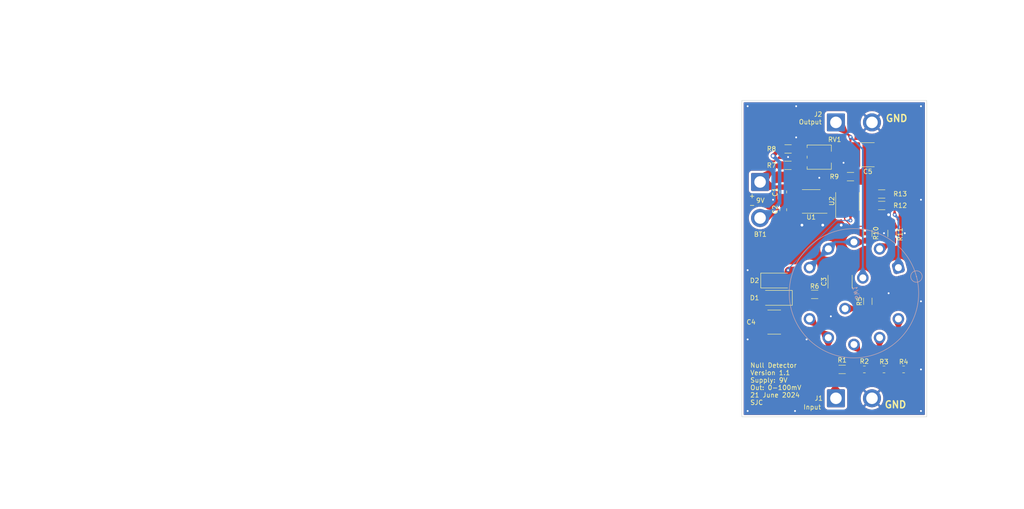
<source format=kicad_pcb>
(kicad_pcb (version 20221018) (generator pcbnew)

  (general
    (thickness 1.6)
  )

  (paper "A4")
  (title_block
    (title "Null Detector w/ DMM Output")
    (date "2024-06-29")
    (rev "1.1")
    (company "sjc@carpanet.net")
    (comment 1 "Based on Design by Conrad Hoffman")
  )

  (layers
    (0 "F.Cu" mixed)
    (31 "B.Cu" mixed)
    (32 "B.Adhes" user "B.Adhesive")
    (33 "F.Adhes" user "F.Adhesive")
    (34 "B.Paste" user)
    (35 "F.Paste" user)
    (36 "B.SilkS" user "B.Silkscreen")
    (37 "F.SilkS" user "F.Silkscreen")
    (38 "B.Mask" user)
    (39 "F.Mask" user)
    (40 "Dwgs.User" user "User.Drawings")
    (41 "Cmts.User" user "User.Comments")
    (42 "Eco1.User" user "User.Eco1")
    (43 "Eco2.User" user "User.Eco2")
    (44 "Edge.Cuts" user)
    (45 "Margin" user)
    (46 "B.CrtYd" user "B.Courtyard")
    (47 "F.CrtYd" user "F.Courtyard")
    (48 "B.Fab" user)
    (49 "F.Fab" user)
    (50 "User.1" user "User.FUI")
    (51 "User.2" user)
    (52 "User.3" user)
    (53 "User.4" user)
    (54 "User.5" user)
    (55 "User.6" user)
    (56 "User.7" user)
    (57 "User.8" user)
    (58 "User.9" user)
  )

  (setup
    (stackup
      (layer "F.SilkS" (type "Top Silk Screen"))
      (layer "F.Paste" (type "Top Solder Paste"))
      (layer "F.Mask" (type "Top Solder Mask") (color "Purple") (thickness 0.01))
      (layer "F.Cu" (type "copper") (thickness 0.035))
      (layer "dielectric 1" (type "core") (thickness 1.51) (material "FR4") (epsilon_r 4.5) (loss_tangent 0.02))
      (layer "B.Cu" (type "copper") (thickness 0.035))
      (layer "B.Mask" (type "Bottom Solder Mask") (color "Purple") (thickness 0.01))
      (layer "B.Paste" (type "Bottom Solder Paste"))
      (layer "B.SilkS" (type "Bottom Silk Screen"))
      (copper_finish "None")
      (dielectric_constraints no)
    )
    (pad_to_mask_clearance 0)
    (pcbplotparams
      (layerselection 0x00410fc_ffffffff)
      (plot_on_all_layers_selection 0x0000000_00000000)
      (disableapertmacros false)
      (usegerberextensions false)
      (usegerberattributes true)
      (usegerberadvancedattributes true)
      (creategerberjobfile true)
      (dashed_line_dash_ratio 12.000000)
      (dashed_line_gap_ratio 3.000000)
      (svgprecision 4)
      (plotframeref true)
      (viasonmask false)
      (mode 1)
      (useauxorigin false)
      (hpglpennumber 1)
      (hpglpenspeed 20)
      (hpglpendiameter 15.000000)
      (dxfpolygonmode true)
      (dxfimperialunits true)
      (dxfusepcbnewfont true)
      (psnegative false)
      (psa4output false)
      (plotreference true)
      (plotvalue true)
      (plotinvisibletext false)
      (sketchpadsonfab false)
      (subtractmaskfromsilk false)
      (outputformat 1)
      (mirror false)
      (drillshape 0)
      (scaleselection 1)
      (outputdirectory "v1.1")
    )
  )

  (net 0 "")
  (net 1 "+BATT")
  (net 2 "/nr")
  (net 3 "-BATT")
  (net 4 "Net-(C3-Pad1)")
  (net 5 "GND")
  (net 6 "/amp+")
  (net 7 "/amp-")
  (net 8 "/output")
  (net 9 "/IN")
  (net 10 "Net-(R1-Pad2)")
  (net 11 "Net-(R2-Pad2)")
  (net 12 "Net-(R3-Pad2)")
  (net 13 "Net-(SW1B-B)")
  (net 14 "Net-(R7-Pad2)")
  (net 15 "Net-(R8-Pad1)")
  (net 16 "/trim")
  (net 17 "Net-(R10-Pad1)")
  (net 18 "Net-(R11-Pad1)")
  (net 19 "Net-(R13-Pad1)")
  (net 20 "unconnected-(U1-NC-Pad4)")
  (net 21 "unconnected-(U1-NC-Pad5)")
  (net 22 "unconnected-(U1-NC-Pad6)")
  (net 23 "unconnected-(U1-NC-Pad7)")
  (net 24 "unconnected-(U2-NC-Pad1)")
  (net 25 "unconnected-(U2-clk-Pad5)")
  (net 26 "unconnected-(U2-NC-Pad8)")

  (footprint "Connector_Wire:SolderWire-2sqmm_1x02_P7.8mm_D2mm_OD3.9mm" (layer "F.Cu") (at 218.50333 64.998694))

  (footprint "Resistor_SMD:R_1206_3216Metric_Pad1.30x1.75mm_HandSolder" (layer "F.Cu") (at 228.40333 80.498694 180))

  (footprint "Resistor_SMD:R_1206_3216Metric_Pad1.30x1.75mm_HandSolder" (layer "F.Cu") (at 225.40333 89.048694 90))

  (footprint "Resistor_SMD:R_1206_3216Metric_Pad1.30x1.75mm_HandSolder" (layer "F.Cu") (at 221.65333 76.748694))

  (footprint "Package_SO:SOIC-8_3.9x4.9mm_P1.27mm" (layer "F.Cu") (at 221.01833 82.113694 90))

  (footprint "Capacitor_SMD:C_2220_5750Metric_Pad1.97x5.40mm_HandSolder" (layer "F.Cu") (at 225.40333 71.998694 180))

  (footprint "Resistor_SMD:R_1206_3216Metric_Pad1.30x1.75mm_HandSolder" (layer "F.Cu") (at 213.90333 102.248694 180))

  (footprint "pot:Potentiometer_Vishay_TS63Y_Vertical" (layer "F.Cu") (at 214.893334 72.526695 180))

  (footprint "Connector_Wire:SolderWire-2sqmm_1x02_P7.8mm_D2mm_OD3.9mm" (layer "F.Cu") (at 218.50333 124.748694))

  (footprint "Resistor_SMD:R_1206_3216Metric_Pad1.30x1.75mm_HandSolder" (layer "F.Cu") (at 230.65333 89.048694 90))

  (footprint "Capacitor_SMD:C_2220_5750Metric_Pad1.97x5.40mm_HandSolder" (layer "F.Cu") (at 219.40333 99.498694 90))

  (footprint "Resistor_SMD:R_0805_2012Metric_Pad1.20x1.40mm_HandSolder" (layer "F.Cu") (at 228.90333 118.498694))

  (footprint "Resistor_SMD:R_1206_3216Metric_Pad1.30x1.75mm_HandSolder" (layer "F.Cu") (at 208.12733 74.304695))

  (footprint "Resistor_SMD:R_1206_3216Metric_Pad1.30x1.75mm_HandSolder" (layer "F.Cu") (at 219.85333 118.498694))

  (footprint "Capacitor_SMD:C_0805_2012Metric_Pad1.18x1.45mm_HandSolder" (layer "F.Cu") (at 207.110328 80.060194 -90))

  (footprint "Resistor_SMD:R_1206_3216Metric_Pad1.30x1.75mm_HandSolder" (layer "F.Cu") (at 228.40333 82.998694))

  (footprint "Capacitor_SMD:C_2220_5750Metric_Pad1.97x5.40mm_HandSolder" (layer "F.Cu") (at 205.15333 108.248694 180))

  (footprint "Capacitor_SMD:C_0805_2012Metric_Pad1.18x1.45mm_HandSolder" (layer "F.Cu") (at 207.11033 83.913194 -90))

  (footprint "Package_SO:SOIC-8_3.9x4.9mm_P1.27mm" (layer "F.Cu") (at 213.15333 82.113694 180))

  (footprint "Connector_Wire:SolderWire-2sqmm_1x02_P7.8mm_D2mm_OD3.9mm" (layer "F.Cu") (at 202.09533 77.906694 -90))

  (footprint "Resistor_SMD:R_0805_2012Metric_Pad1.20x1.40mm_HandSolder" (layer "F.Cu") (at 233.15333 118.498694))

  (footprint "Resistor_SMD:R_1206_3216Metric_Pad1.30x1.75mm_HandSolder" (layer "F.Cu") (at 225.40333 103.748694 90))

  (footprint "Resistor_SMD:R_0805_2012Metric_Pad1.20x1.40mm_HandSolder" (layer "F.Cu") (at 224.65333 118.498694))

  (footprint "Diode_SMD:D_MELF" (layer "F.Cu") (at 205.65333 99.248694))

  (footprint "Resistor_SMD:R_1206_3216Metric_Pad1.30x1.75mm_HandSolder" (layer "F.Cu") (at 208.15333 70.748694 180))

  (footprint "Diode_SMD:D_MELF" (layer "F.Cu") (at 205.65333 102.998694 180))

  (footprint "switch:ck_a205_c" (layer "B.Cu") (at 222.40333 101.998694 105))

  (gr_rect (start 198.15333 60.148694) (end 238.15333 128.648694)
    (stroke (width 0.15) (type dash)) (fill none) (layer "Dwgs.User") (tstamp 074bdc48-b985-4edc-8a1d-eb1336f09030))
  (gr_circle (center 203.65333 46.648694) (end 208.40333 46.648694)
    (stroke (width 0.15) (type solid)) (fill solid) (layer "Dwgs.User") (tstamp 12024fa9-3ad2-460a-84f6-4d28ceb1bc63))
  (gr_circle (center 202.90333 141.398694) (end 208.90333 141.398694)
    (stroke (width 0.3) (type dot)) (fill none) (layer "Dwgs.User") (tstamp 201e01ad-5690-44e3-89bf-e8af06336ab9))
  (gr_rect (start 37.73 38.57) (end 110.69 148.47)
    (stroke (width 0.15) (type solid)) (fill none) (layer "Dwgs.User") (tstamp 2331f379-e21a-4bfc-8533-7f65c26953a8))
  (gr_circle (center 203.65333 46.648694) (end 209.65333 46.648694)
    (stroke (width 0.3) (type dot)) (fill none) (layer "Dwgs.User") (tstamp 2889cff1-00dd-406e-a53b-d8923982ff54))
  (gr_circle (center 222.65333 101.748694) (end 227.35333 101.748694)
    (stroke (width 0.15) (type solid)) (fill solid) (layer "Dwgs.User") (tstamp 6264a5f3-445f-4c9d-8c8d-f26a2d4e0fa5))
  (gr_circle (center 65.96 96.805) (end 64.37 96.805)
    (stroke (width 0.15) (type solid)) (fill solid) (layer "Dwgs.User") (tstamp 651d0612-82ee-4018-be1c-c1888fbad7de))
  (gr_circle (center 202.90333 141.398694) (end 198.15333 141.398694)
    (stroke (width 0.15) (type solid)) (fill solid) (layer "Dwgs.User") (tstamp 670c3f8e-0b0f-47bd-8716-009654886117))
  (gr_circle (center 221.90333 141.398694) (end 227.90333 141.398694)
    (stroke (width 0.3) (type dot)) (fill none) (layer "Dwgs.User") (tstamp 72d29abc-b924-44c8-91ea-b576b16fdb73))
  (gr_rect (start 190.98333 38.748694) (end 254.32333 148.648694)
    (stroke (width 0.15) (type dash_dot_dot)) (fill none) (layer "Dwgs.User") (tstamp 774f1aa4-a3b4-4bb9-bd72-48a8e808e231))
  (gr_circle (center 222.55333 46.648694) (end 227.30333 46.648694)
    (stroke (width 0.15) (type solid)) (fill solid) (layer "Dwgs.User") (tstamp 7a3bafb1-a05b-401d-ae45-1a99194a477b))
  (gr_circle (center 241.90333 141.148694) (end 237.15333 141.148694)
    (stroke (width 0.15) (type solid)) (fill solid) (layer "Dwgs.User") (tstamp 80951632-c76d-4e2c-acb1-9de912d0aa5d))
  (gr_circle (center 230.90333 96.983694) (end 232.49333 96.983694)
    (stroke (width 0.15) (type solid)) (fill solid) (layer "Dwgs.User") (tstamp c01198a2-5a9c-4f81-9135-83efbcc20934))
  (gr_rect (start 186.17333 38.748694) (end 259.13333 148.648694)
    (stroke (width 0.15) (type solid)) (fill none) (layer "Dwgs.User") (tstamp d5db9863-cff4-4cfd-be37-dd501f3af6b7))
  (gr_circle (center 74.21 101.57) (end 69.51 101.57)
    (stroke (width 0.15) (type solid)) (fill solid) (layer "Dwgs.User") (tstamp dba0a2da-466d-4b56-861f-b2fa599c50b8))
  (gr_rect (start 42.54 38.57) (end 105.88 148.47)
    (stroke (width 0.15) (type dash_dot_dot)) (fill none) (layer "Dwgs.User") (tstamp deebfa60-2392-4702-92aa-dbaf9c1e2f98))
  (gr_circle (center 222.65333 46.648694) (end 228.65333 46.648694)
    (stroke (width 0.3) (type dot)) (fill none) (layer "Dwgs.User") (tstamp e8459695-7690-4107-bb5b-63b301dad884))
  (gr_circle (center 241.90333 141.148694) (end 247.90333 141.148694)
    (stroke (width 0.3) (type dot)) (fill none) (layer "Dwgs.User") (tstamp ec3074d0-4130-4776-818c-f4b864015cce))
  (gr_circle (center 221.80333 141.398694) (end 217.05333 141.398694)
    (stroke (width 0.15) (type solid)) (fill solid) (layer "Dwgs.User") (tstamp fe519f09-4ce0-481f-bcce-0b618d27b737))
  (gr_rect (start 198.15333 60.248694) (end 238.15333 128.748694)
    (stroke (width 0.1) (type default)) (fill none) (layer "Edge.Cuts") (tstamp a3f6d2a6-9acf-44d6-b5f2-b7420a84b33f))
  (gr_line (start 74.21 89.48) (end 74.21 78.47)
    (stroke (width 1) (type default)) (layer "User.1") (tstamp 19d416ac-f495-4ff9-b5cf-c75a295d0d55))
  (gr_line (start 80.214672 91.169603) (end 85.76 81.564813)
    (stroke (width 1) (type default)) (layer "User.1") (tstamp 524170a0-0e93-416e-8d81-4f9a2862a90d))
  (gr_line (start 63.616613 95.453905) (end 54.204813 90.02)
    (stroke (width 1) (type default)) (layer "User.1") (tstamp 792e2b31-56d8-4696-95ed-c764c9119a54))
  (gr_line (start 68.211847 91.180895) (end 62.66 81.564813)
    (stroke (width 1) (type default)) (layer "User.1") (tstamp e0fb3a73-3890-40db-aa5b-9fa4aa92c6e5))
  (gr_line (start 84.808028 95.451226) (end 94.215187 90.02)
    (stroke (width 1) (type default)) (layer "User.1") (tstamp eb88efdf-ba8d-4a62-8729-da0f8f0f5aa0))
  (gr_text "Input" (at 211.40333 127.248694) (layer "F.SilkS") (tstamp 3ba6df0a-a970-4297-b9ab-5f3027004b5f)
    (effects (font (size 1 1) (thickness 0.15)) (justify left bottom))
  )
  (gr_text "Null Detector\nVersion 1.1\nSupply: 9V\nOut: 0-100mV\n21 June 2024\nSJC\n" (at 199.90333 126.248694) (layer "F.SilkS") (tstamp 5d2422a8-c38a-406f-9f91-37c7c4af68bf)
    (effects (font (size 1 1) (thickness 0.15)) (justify left bottom))
  )
  (gr_text "+" (at 199.65333 81.498694) (layer "F.SilkS") (tstamp 74213a84-1072-43db-b6a1-b437b99f9d6e)
    (effects (font (size 1 1) (thickness 0.15)) (justify left bottom))
  )
  (gr_text "GND" (at 229.15333 64.998694) (layer "F.SilkS") (tstamp 9cb41923-58d3-41fd-9f34-8c48590cc9ca)
    (effects (font (size 1.5 1.5) (thickness 0.3) bold) (justify left bottom))
  )
  (gr_text "GND" (at 228.90333 126.998694) (layer "F.SilkS") (tstamp cbe5d5d3-ebed-4755-9335-7c5dd3d0acb1)
    (effects (font (size 1.5 1.5) (thickness 0.3) bold) (justify left bottom))
  )
  (gr_text "9V" (at 201.15333 82.498694) (layer "F.SilkS") (tstamp d3e193a7-82a7-4c89-a08b-87a55344a437)
    (effects (font (size 1 1) (thickness 0.15)) (justify left bottom))
  )
  (gr_text "Output" (at 210.40333 65.498694) (layer "F.SilkS") (tstamp e4494d4a-eea8-431e-8fe2-6df22370efd9)
    (effects (font (size 1 1) (thickness 0.15)) (justify left bottom))
  )
  (gr_text "-" (at 199.65333 83.498694) (layer "F.SilkS") (tstamp e8996dcd-59e3-47fd-b5f2-149d7f9956b2)
    (effects (font (size 1 1) (thickness 0.15)) (justify left bottom))
  )
  (gr_text "100mV" (at 93.67 89.01) (layer "User.1") (tstamp 15417c3d-918f-41ce-a34e-7be1c1c734c3)
    (effects (font (size 3 3) (thickness 0.6) bold) (justify left bottom))
  )
  (gr_text "10uV" (at 41.49 89.16) (layer "User.1") (tstamp 1ff66c19-2a11-44c1-b8fc-aacbffec3384)
    (effects (font (size 3 3) (thickness 0.6) bold) (justify left bottom))
  )
  (gr_text "100uV" (at 48.37 80.28) (layer "User.1") (tstamp 30476053-33d6-4053-b963-935202e9937c)
    (effects (font (size 3 3) (thickness 0.6) bold) (justify left bottom))
  )
  (gr_text "Power: 9V DC" (at 44.81 42.25) (layer "User.1") (tstamp 38b33b4d-2a3a-4c2a-8b40-7a8d55433503)
    (effects (font (size 1 1) (thickness 0.15)) (justify left bottom))
  )
  (gr_text "Null Detector Amplifier" (at 46.9 59.45) (layer "User.1") (tstamp 449672ee-fd2e-4b02-8da0-fdadd0a2c978)
    (effects (font (size 3 3) (thickness 0.6) bold) (justify left bottom))
  )
  (gr_text "Scale: 100 mV" (at 57.52 45.92) (layer "User.1") (tstamp 4e04c724-d36f-4872-96cb-0364c60c795a)
    (effects (font (size 1 1) (thickness 0.2) bold) (justify left bottom))
  )
  (gr_text "1mV" (at 69.97 77.04) (layer "User.1") (tstamp 606f6e9f-db15-4211-adc6-c38a669fb2bd)
    (effects (font (size 3 3) (thickness 0.6) bold) (justify left bottom))
  )
  (gr_text "Input" (at 67.05 131.28) (layer "User.1") (tstamp 9660909e-6b37-4b59-8429-efd93f519f45)
    (effects (font (size 3 3) (thickness 0.6) bold) (justify left bottom))
  )
  (gr_text "10mV" (at 85.76 80.51) (layer "User.1") (tstamp c99c3eb4-3eb6-4b3c-be05-c9d8eb743c9e)
    (effects (font (size 3 3) (thickness 0.6) bold) (justify left bottom))
  )
  (gr_text "Output" (at 57.56 43.04) (layer "User.1") (tstamp f96595cb-336a-4ac9-a5c9-c220f3f67b7c)
    (effects (font (size 2 2) (thickness 0.4) bold) (justify left bottom))
  )
  (gr_text "Full Scale Range Select" (at 55.78 68.9) (layer "User.1") (tstamp ff4aff4f-e7aa-4a0a-b250-c8351c95f5c1)
    (effects (font (size 2 2) (thickness 0.4) bold) (justify left bottom))
  )
  (dimension (type aligned) (layer "Dwgs.User") (tstamp 0c2e8789-d86c-4351-88eb-8f26f443b87f)
    (pts (xy 222.65333 97.048694) (xy 222.65333 106.448694))
    (height 6.25)
    (gr_text "9.4000 mm" (at 215.25333 101.748694 90) (layer "Dwgs.User") (tstamp 0c2e8789-d86c-4351-88eb-8f26f443b87f)
      (effects (font (size 1 1) (thickness 0.15)))
    )
    (format (prefix "") (suffix "") (units 3) (units_format 1) (precision 4))
    (style (thickness 0.15) (arrow_length 1.27) (text_position_mode 0) (extension_height 0.58642) (extension_offset 0.5) keep_text_aligned)
  )
  (dimension (type aligned) (layer "Dwgs.User") (tstamp 1918e719-16b5-4695-844b-85e628ab7e77)
    (pts (xy 229.31333 96.983694) (xy 232.49333 96.983694))
    (height -4.88)
    (gr_text "3.1800 mm" (at 230.90333 90.953694) (layer "Dwgs.User") (tstamp 1918e719-16b5-4695-844b-85e628ab7e77)
      (effects (font (size 1 1) (thickness 0.15)))
    )
    (format (prefix "") (suffix "") (units 3) (units_format 1) (precision 4))
    (style (thickness 0.15) (arrow_length 1.27) (text_position_mode 0) (extension_height 0.58642) (extension_offset 0.5) keep_text_aligned)
  )
  (dimension (type aligned) (layer "Dwgs.User") (tstamp 2af27258-2633-4dbe-911c-b1128cf11b64)
    (pts (xy 207.65333 141.398694) (xy 198.15333 141.398694))
    (height 5.75)
    (gr_text "9.5000 mm" (at 202.90333 134.498694) (layer "Dwgs.User") (tstamp 2af27258-2633-4dbe-911c-b1128cf11b64)
      (effects (font (size 1 1) (thickness 0.15)))
    )
    (format (prefix "") (suffix "") (units 3) (units_format 1) (precision 4))
    (style (thickness 0.15) (arrow_length 1.27) (text_position_mode 0) (extension_height 0.58642) (extension_offset 0.5) keep_text_aligned)
  )
  (dimension (type aligned) (layer "Dwgs.User") (tstamp 3176005d-72e8-4487-b26c-096dcf2a6ab7)
    (pts (xy 198.15333 60.248694) (xy 198.15333 128.748694))
    (height -44.25)
    (gr_text "68.5000 mm" (at 241.25333 94.498694 90) (layer "Dwgs.User") (tstamp 3176005d-72e8-4487-b26c-096dcf2a6ab7)
      (effects (font (size 1 1) (thickness 0.15)))
    )
    (format (prefix "") (suffix "") (units 3) (units_format 1) (precision 4))
    (style (thickness 0.15) (arrow_length 1.27) (text_position_mode 0) (extension_height 0.58642) (extension_offset 0.5) keep_text_aligned)
  )
  (dimension (type aligned) (layer "Dwgs.User") (tstamp 443dd1a3-c194-4f72-8c3d-3ba432a80721)
    (pts (xy 198.90333 46.648694) (xy 208.40333 46.648694))
    (height 8.75)
    (gr_text "9.5000 mm" (at 203.65333 54.248694) (layer "Dwgs.User") (tstamp 443dd1a3-c194-4f72-8c3d-3ba432a80721)
      (effects (font (size 1 1) (thickness 0.15)))
    )
    (format (prefix "") (suffix "") (units 3) (units_format 1) (precision 4))
    (style (thickness 0.15) (arrow_length 1.27) (text_position_mode 0) (extension_height 0.58642) (extension_offset 0.5) keep_text_aligned)
  )
  (dimension (type aligned) (layer "Dwgs.User") (tstamp 6804e452-ea2c-4d18-b144-a8905c9f2022)
    (pts (xy 230.90333 102.148694) (xy 222.65333 102.148694))
    (height -6.75)
    (gr_text "8.2500 mm" (at 226.77833 107.748694) (layer "Dwgs.User") (tstamp 6804e452-ea2c-4d18-b144-a8905c9f2022)
      (effects (font (size 1 1) (thickness 0.15)))
    )
    (format (prefix "") (suffix "") (units 3) (units_format 1) (precision 4))
    (style (thickness 0.15) (arrow_length 1.27) (text_position_mode 0) (extension_height 0.58642) (extension_offset 0.5) keep_text_aligned)
  )
  (dimension (type aligned) (layer "Dwgs.User") (tstamp 892a3c18-c321-4b82-aa3c-7c43526a0468)
    (pts (xy 217.80333 46.648694) (xy 227.30333 46.648694))
    (height 8.75)
    (gr_text "9.5000 mm" (at 222.55333 54.248694) (layer "Dwgs.User") (tstamp 892a3c18-c321-4b82-aa3c-7c43526a0468)
      (effects (font (size 1 1) (thickness 0.15)))
    )
    (format (prefix "") (suffix "") (units 3) (units_format 1) (precision 4))
    (style (thickness 0.15) (arrow_length 1.27) (text_position_mode 0) (extension_height 0.58642) (extension_offset 0.5) keep_text_aligned)
  )
  (dimension (type aligned) (layer "Dwgs.User") (tstamp 91983070-6f0c-4745-94a4-4697782a8603)
    (pts (xy 198.15333 60.248694) (xy 238.15333 60.248694))
    (height 71.4)
    (gr_text "40.0000 mm" (at 218.15333 130.498694) (layer "Dwgs.User") (tstamp 91983070-6f0c-4745-94a4-4697782a8603)
      (effects (font (size 1 1) (thickness 0.15)))
    )
    (format (prefix "") (suffix "") (units 3) (units_format 1) (precision 4))
    (style (thickness 0.15) (arrow_length 1.27) (text_position_mode 0) (extension_height 0.58642) (extension_offset 0.5) keep_text_aligned)
  )
  (dimension (type aligned) (layer "Dwgs.User") (tstamp e89b5223-0919-40f9-a511-f10863f7b111)
    (pts (xy 230.90333 96.983694) (xy 230.90333 102.148694))
    (height -4.25)
    (gr_text "5.1650 mm" (at 237.40333 99.566194 90) (layer "Dwgs.User") (tstamp e89b5223-0919-40f9-a511-f10863f7b111)
      (effects (font (size 1 1) (thickness 0.15)))
    )
    (format (prefix "") (suffix "") (units 3) (units_format 1) (precision 4))
    (style (thickness 0.15) (arrow_length 1.27) (text_position_mode 2) (extension_height 0.58642) (extension_offset 0.5))
  )
  (dimension (type aligned) (layer "Dwgs.User") (tstamp f5036ec1-40a8-4c47-bc46-55863ea1128b)
    (pts (xy 217.05333 141.398694) (xy 226.55333 141.398694))
    (height -5.75)
    (gr_text "9.5000 mm" (at 221.80333 134.498694) (layer "Dwgs.User") (tstamp f5036ec1-40a8-4c47-bc46-55863ea1128b)
      (effects (font (size 1 1) (thickness 0.15)))
    )
    (format (prefix "") (suffix "") (units 3) (units_format 1) (precision 4))
    (style (thickness 0.15) (arrow_length 1.27) (text_position_mode 0) (extension_height 0.58642) (extension_offset 0.5) keep_text_aligned)
  )
  (dimension (type aligned) (layer "Dwgs.User") (tstamp f5ca2a77-9681-4547-985e-5cf18415226f)
    (pts (xy 237.15333 141.148694) (xy 246.65333 141.148694))
    (height -5.5)
    (gr_text "9.5000 mm" (at 241.90333 134.498694) (layer "Dwgs.User") (tstamp f5ca2a77-9681-4547-985e-5cf18415226f)
      (effects (font (size 1 1) (thickness 0.15)))
    )
    (format (prefix "") (suffix "") (units 3) (units_format 1) (precision 4))
    (style (thickness 0.15) (arrow_length 1.27) (text_position_mode 0) (extension_height 0.58642) (extension_offset 0.5) keep_text_aligned)
  )

  (segment (start 203.21133 79.022694) (end 202.09533 77.906694) (width 0.75) (layer "F.Cu") (net 1) (tstamp 1011a134-cbf4-43cf-a5bb-0acef7fe183b))
  (segment (start 212.155026 79.022694) (end 214.611026 81.478694) (width 0.75) (layer "F.Cu") (net 1) (tstamp 206afe60-933b-4792-8804-14b3c3c0bcad))
  (segment (start 220.38333 80.998694) (end 219.90333 81.478694) (width 0.75) (layer "F.Cu") (net 1) (tstamp 273d6f99-3eeb-44e2-899e-fb1a21bab149))
  (segment (start 219.90333 81.478694) (end 215.62833 81.478694) (width 0.75) (layer "F.Cu") (net 1) (tstamp 3fe34ef2-a7e6-4063-b835-f1143edb0ad8))
  (segment (start 214.611026 81.478694) (end 215.62833 81.478694) (width 0.75) (layer "F.Cu") (net 1) (tstamp 52ad9b55-e6b5-4d54-b521-28c51872fba7))
  (segment (start 202.09533 77.906694) (end 205.697329 74.304695) (width 0.75) (layer "F.Cu") (net 1) (tstamp 5d0f83b7-1fe7-4da6-a946-268483c0bafd))
  (segment (start 220.38333 79.638694) (end 220.38333 80.998694) (width 0.75) (layer "F.Cu") (net 1) (tstamp 7a58eaeb-3793-4b69-883f-638a61bd963b))
  (segment (start 205.697329 74.304695) (end 206.57733 74.304695) (width 0.75) (layer "F.Cu") (net 1) (tstamp 9fbe3943-8667-40eb-932a-4c8f5db36bce))
  (segment (start 207.110328 79.022694) (end 203.21133 79.022694) (width 0.75) (layer "F.Cu") (net 1) (tstamp a633af87-6577-4a16-91c7-52956f6c8a26))
  (segment (start 207.110328 79.022694) (end 212.155026 79.022694) (width 0.75) (layer "F.Cu") (net 1) (tstamp dc02eb29-5387-42ad-8a29-387ff2f7afe4))
  (segment (start 207.110328 82.875692) (end 207.11033 82.875694) (width 0.75) (layer "F.Cu") (net 2) (tstamp 78937ba3-80f9-42da-992e-a400a4860b45))
  (segment (start 207.110328 81.097694) (end 207.110328 82.875692) (width 0.75) (layer "F.Cu") (net 2) (tstamp 96b791f6-efad-47ce-9150-e7b0d35ac0f4))
  (segment (start 207.11033 82.875694) (end 208.518026 82.875694) (width 0.75) (layer "F.Cu") (net 2) (tstamp 9e3f1b2f-86b4-4cc5-8829-125647a79cd6))
  (segment (start 209.586026 83.943694) (end 210.67833 83.943694) (width 0.75) (layer "F.Cu") (net 2) (tstamp e5b6f34c-fb83-4a68-91eb-29cc549da4ef))
  (segment (start 208.518026 82.875694) (end 209.586026 83.943694) (width 0.75) (layer "F.Cu") (net 2) (tstamp eecddbd2-ac69-425f-a10d-9f0c2e31af96))
  (segment (start 207.11033 84.950694) (end 207.35333 85.193694) (width 0.75) (layer "F.Cu") (net 3) (tstamp 071dec72-565c-4b3f-b6c3-ef671fc87c16))
  (segment (start 207.11033 84.950694) (end 207.25333 85.093694) (width 0.75) (layer "F.Cu") (net 3) (tstamp 1892362a-b8fa-48a9-a2af-16869f703c7d))
  (segment (start 206.40333 70.748694) (end 204.90333 72.248694) (width 0.75) (layer "F.Cu") (net 3) (tstamp 3462ffde-368a-4f1d-8bdb-7cce37a212c1))
  (segment (start 202.85133 84.950694) (end 202.09533 85.706694) (width 0.75) (layer "F.Cu") (net 3) (tstamp 36296a32-bdf3-4c42-82d4-923e0adc1005))
  (segment (start 207.25333 85.093694) (end 212.266026 85.093694) (width 0.75) (layer "F.Cu") (net 3) (tstamp 526866a5-6d1a-45e6-984e-68445515e258))
  (segment (start 206.60333 70.748694) (end 206.40333 70.748694) (width 0.75) (layer "F.Cu") (net 3) (tstamp 5ab78a2b-6933-4905-9526-0c7e867a96ec))
  (segment (start 207.11033 84.950694) (end 202.85133 84.950694) (width 0.75) (layer "F.Cu") (net 3) (tstamp 631fa993-43d1-40bf-a254-a499e38eae72))
  (segment (start 212.266026 85.093694) (end 214.611026 82.748694) (width 0.75) (layer "F.Cu") (net 3) (tstamp 71a64f07-fb61-49a3-97b1-7475a793ca59))
  (segment (start 222.40333 82.748694) (end 215.62833 82.748694) (width 0.75) (layer "F.Cu") (net 3) (tstamp 95c7c43a-406f-4f1a-8578-e5113c55249b))
  (segment (start 222.92333 83.268694) (end 222.40333 82.748694) (width 0.75) (layer "F.Cu") (net 3) (tstamp cbf238a4-9538-4205-ae7f-031d6a5ce982))
  (segment (start 222.92333 84.588694) (end 222.92333 83.268694) (width 0.75) (layer "F.Cu") (net 3) (tstamp dc6b62d6-bce3-4651-969f-a2799ddd8135))
  (segment (start 214.611026 82.748694) (end 215.62833 82.748694) (width 0.75) (layer "F.Cu") (net 3) (tstamp f0e097ac-226f-495f-841a-6c696e5a6bde))
  (via (at 204.90333 72.248694) (size 1) (drill 0.6) (layers "F.Cu" "B.Cu") (net 3) (tstamp 4829cf4f-df46-4f94-a595-2c7cc325ab83))
  (segment (start 206.32833 82.485395) (end 203.107031 85.706694) (width 0.75) (layer "B.Cu") (net 3) (tstamp 16e8e7f5-8c24-438f-815b-623929e4d95a))
  (segment (start 203.107031 85.706694) (end 202.09533 85.706694) (width 0.75) (layer "B.Cu") (net 3) (tstamp 779dc6a8-39ed-43fb-8628-1b3eede86d30))
  (segment (start 204.90333 72.248694) (end 206.32833 73.673694) (width 0.75) (layer "B.Cu") (net 3) (tstamp 91291213-7923-47fc-8786-9cc0e216a35a))
  (segment (start 206.32833 73.673694) (end 206.32833 82.485395) (width 0.75) (layer "B.Cu") (net 3) (tstamp cdd8735f-6e4a-459b-b627-9bb7657f6124))
  (segment (start 219.40333 102.136194) (end 225.34083 102.136194) (width 0.4) (layer "F.Cu") (net 4) (tstamp 235746b2-4bee-48c6-97b6-1e8f5d749b40))
  (segment (start 225.34083 102.136194) (end 225.40333 102.198694) (width 0.4) (layer "F.Cu") (net 4) (tstamp 93008b12-6c09-401c-940f-83a716e917ac))
  (segment (start 215.45333 102.248694) (end 219.29083 102.248694) (width 0.4) (layer "F.Cu") (net 4) (tstamp ca1d36a3-fb60-42bb-9b9a-c30f920d8111))
  (segment (start 219.29083 102.248694) (end 219.40333 102.136194) (width 0.4) (layer "F.Cu") (net 4) (tstamp ee706aba-0a10-41f6-8972-70fc50f0b9e2))
  (segment (start 229.95333 84.948694) (end 229.90333 84.998694) (width 0.75) (layer "F.Cu") (net 5) (tstamp 62b4c322-0c3b-4261-a9f6-e9319a56f1bb))
  (segment (start 229.95333 82.998694) (end 229.95333 84.948694) (width 0.75) (layer "F.Cu") (net 5) (tstamp b94a3654-f769-4111-ae2b-f0e25e5a3b7e))
  (via (at 211.15333 87.248694) (size 1) (drill 0.6) (layers "F.Cu" "B.Cu") (free) (net 5) (tstamp 0667228d-31ad-4008-a09b-25afb4853924))
  (via (at 228.90333 88.998694) (size 0.8) (drill 0.4) (layers "F.Cu" "B.Cu") (free) (net 5) (tstamp 0eb8ff7c-1ea8-4a50-9699-54a4ed44618e))
  (via (at 215.65333 87.248694) (size 1) (drill 0.6) (layers "F.Cu" "B.Cu") (free) (net 5) (tstamp 15eeefb8-dd3b-4956-b98f-73bf4c077dad))
  (via (at 236.90333 61.498694) (size 0.8) (drill 0.4) (layers "F.Cu" "B.Cu") (free) (net 5) (tstamp 18c47311-6a1c-4bf3-b180-3412577063f9))
  (via (at 236.90333 103.748694) (size 0.8) (drill 0.4) (layers "F.Cu" "B.Cu") (free) (net 5) (tstamp 1c5dffc5-66ee-4c3b-9f89-cd718c128d75))
  (via (at 209.90333 61.498694) (size 0.8) (drill 0.4) (layers "F.Cu" "B.Cu") (free) (net 5) (tstamp 25475d13-aa98-4663-b67b-5d2c85e9a5c4))
  (via (at 236.90333 127.498694) (size 0.8) (drill 0.4) (layers "F.Cu" "B.Cu") (free) (net 5) (tstamp 2f0e5cb5-5d0a-41fc-9a7c-2e9ba1d81e8f))
  (via (at 199.40333 111.998694) (size 0.8) (drill 0.4) (layers "F.Cu" "B.Cu") (free) (net 5) (tstamp 42067626-d814-45d1-9fe3-c305a37a62a6))
  (via (at 236.90333 118.498694) (size 0.8) (drill 0.4) (layers "F.Cu" "B.Cu") (free) (net 5) (tstamp 45dcb835-c2a3-4024-836b-f50ead4a4f39))
  (via (at 204.90333 81.748694) (size 0.8) (drill 0.4) (layers "F.Cu" "B.Cu") (free) (net 5) (tstamp 46fa56e6-1e35-4909-8e9c-400827881954))
  (via (at 209.90333 68.248694) (size 0.8) (drill 0.4) (layers "F.Cu" "B.Cu") (free) (net 5) (tstamp 524ecde6-496b-429e-a723-250d1912408a))
  (via (at 217.40333 106.998694) (size 0.8) (drill 0.4) (layers "F.Cu" "B.Cu") (free) (net 5) (tstamp 557867fb-1b7c-45ca-829a-abca18120d38))
  (via (at 209.65333 127.498694) (size 0.8) (drill 0.4) (layers "F.Cu" "B.Cu") (free) (net 5) (tstamp 578fea78-3353-4a64-ab6e-c9376104ef8e))
  (via (at 229.90333 84.998694) (size 1) (drill 0.6) (layers "F.Cu" "B.Cu") (net 5) (tstamp 591b0c0e-b829-4baa-a948-d9cd907e44ae))
  (via (at 220.15333 73.748694) (size 0.8) (drill 0.4) (layers "F.Cu" "B.Cu") (free) (net 5) (tstamp 602b91ce-1558-4ca0-9b6f-42cdb12fbf59))
  (via (at 208.15333 72.498694) (size 0.8) (drill 0.4) (layers "F.Cu" "B.Cu") (free) (net 5) (tstamp 7e2e023a-7a2c-40ed-a693-3e8b972e5ce6))
  (via (at 199.40333 96.998694) (size 0.8) (drill 0.4) (layers "F.Cu" "B.Cu") (free) (net 5) (tstamp a2e99c46-1578-42f3-8985-ce86ed95be48))
  (via (at 229.90333 101.998694) (size 0.8) (drill 0.4) (layers "F.Cu" "B.Cu") (free) (net 5) (tstamp a6dd3df1-b454-4350-8e93-771e56171032))
  (via (at 199.40333 127.498694) (size 0.8) (drill 0.4) (layers "F.Cu" "B.Cu") (free) (net 5) (tstamp c30e4bb4-c69f-4a74-871a-b10766a6b819))
  (via (at 219.65333 87.248694) (size 1) (drill 0.6) (layers "F.Cu" "B.Cu") (free) (net 5) (tstamp ce9efbff-92f5-4455-8247-ade9446de6b3))
  (via (at 199.40333 61.498694) (size 0.8) (drill 0.4) (layers "F.Cu" "B.Cu") (free) (net 5) (tstamp ced52618-6e12-45e4-93ad-8c4e76b8a54f))
  (via (at 214.90333 76.998694) (size 0.8) (drill 0.4) (layers "F.Cu" "B.Cu") (free) (net 5) (tstamp d10b74e6-eb15-4e1f-814d-b00870d8c4d3))
  (via (at 233.40333 88.998694) (size 0.8) (drill 0.4) (layers "F.Cu" "B.Cu") (free) (net 5) (tstamp ea893a90-1f95-4f43-8ae6-1c72fa6322af))
  (via (at 236.90333 81.748694) (size 0.8) (drill 0.4) (layers "F.Cu" "B.Cu") (free) (net 5) (tstamp f0dfb1d1-b307-4fe8-a910-969d85e3bf6c))
  (via (at 212.15333 111.998694) (size 0.8) (drill 0.4) (layers "F.Cu" "B.Cu") (free) (net 5) (tstamp fa338267-99a9-49df-9ef2-42bd8ce9ea30))
  (segment (start 221.65333 84.588694) (end 221.65333 86.248694) (width 0.2) (layer "F.Cu") (net 6) (tstamp 7f1edb20-ce1b-440c-99fd-360e9d749563))
  (via (at 221.65333 86.248694) (size 0.8) (drill 0.4) (layers "F.Cu" "B.Cu") (net 6) (tstamp 425a0129-52b9-4686-aac6-6871456fdce6))
  (via (at 208.15333 96.998694) (size 0.8) (drill 0.4) (layers "F.Cu" "B.Cu") (net 6) (tstamp fa540061-4b0c-478f-8ab2-f2463b60a527))
  (segment (start 208.15333 96.998694) (end 208.15333 96.748694) (width 0.2) (layer "B.Cu") (net 6) (tstamp 9833a880-1efc-4066-a5d8-3ace1ed7fede))
  (segment (start 221.65333 86.248694) (end 218.65333 86.248694) (width 0.2) (layer "B.Cu") (net 6) (tstamp 9dbcebc9-5a3b-43bd-bf5e-eb81c2c82176))
  (segment (start 208.15333 96.748694) (end 218.65333 86.248694) (width 0.2) (layer "B.Cu") (net 6) (tstamp bf1cd9bd-66f9-48cf-b362-aa626bd41af7))
  (segment (start 220.38333 84.588694) (end 220.38333 85.968644) (width 0.2) (layer "F.Cu") (net 7) (tstamp 23eb454c-f2f0-403f-978f-5b417f825ce9))
  (segment (start 220.38333 85.968644) (end 221.91338 87.498694) (width 0.2) (layer "F.Cu") (net 7) (tstamp 81760bfe-f5b4-42fb-8216-75719acaf355))
  (segment (start 221.91338 87.498694) (end 225.40333 87.498694) (width 0.2) (layer "F.Cu") (net 7) (tstamp e2b11f10-1911-4478-aeab-a94ccc3c48b1))
  (segment (start 221.65333 73.498694) (end 221.65333 68.148694) (width 0.4) (layer "F.Cu") (net 8) (tstamp 0dd2951b-00bb-465d-9dfd-6454995e306e))
  (segment (start 221.65333 73.498694) (end 221.65333 73.111194) (width 0.4) (layer "F.Cu") (net 8) (tstamp 42df3fcd-8ef3-48e3-875a-51a28f8b7145))
  (segment (start 221.65333 73.111194) (end 222.76583 71.998694) (width 0.4) (layer "F.Cu") (net 8) (tstamp 62a9dbef-283c-47e6-b100-0fafbeece805))
  (segment (start 221.65333 68.148694) (end 218.50333 64.998694) (width 0.4) (layer "F.Cu") (net 8) (tstamp 7f3d7dce-a50d-4908-8d01-ecc9181b7e60))
  (segment (start 221.65333 79.638694) (end 221.65333 73.498694) (width 0.4) (layer "F.Cu") (net 8) (tstamp cdf74593-e3a1-400a-8fd7-ecb34b2a5981))
  (via (at 221.65333 68.148694) (size 0.8) (drill 0.4) (layers "F.Cu" "B.Cu") (net 8) (tstamp 135af85a-cd5b-4441-b291-a401dc4886df))
  (segment (start 224.32666 70.822024) (end 221.65333 68.148694) (width 0.4) (layer "B.Cu") (net 8) (tstamp 4d6a7fee-bc08-4ad1-a4ab-11fb1b84147d))
  (segment (start 224.32666 98.667388) (end 224.32666 70.822024) (width 0.4) (layer "B.Cu") (net 8) (tstamp c4c1cc3f-d5d4-4cf7-b782-ff968e1e5318))
  (segment (start 216.852542 111.612941) (end 212.791416 107.551815) (width 0.4) (layer "F.Cu") (net 9) (tstamp 002acbed-6037-4f29-87e6-ca050b894453))
  (segment (start 216.852542 117.047906) (end 218.30333 118.498694) (width 0.4) (layer "F.Cu") (net 9) (tstamp 8202fdc2-ae28-4bc6-be2e-932e72d53ec5))
  (segment (start 216.852542 111.612941) (end 216.852542 117.047906) (width 0.4) (layer "F.Cu") (net 9) (tstamp b5161a29-74fb-4d36-a6fb-f528c195374f))
  (segment (start 212.791416 107.551815) (end 212.791416 107.545441) (width 0.4) (layer "F.Cu") (net 9) (tstamp c2798cae-977f-49af-ae0e-ec4e34146bda))
  (segment (start 218.30333 118.498694) (end 218.30333 124.548694) (width 0.4) (layer "F.Cu") (net 9) (tstamp d39c5820-1a69-4033-9cf8-4140fe2f7845))
  (segment (start 218.30333 124.548694) (end 218.50333 124.748694) (width 0.4) (layer "F.Cu") (net 9) (tstamp f9082da2-1ad6-434e-9a2c-44dd799ad018))
  (segment (start 222.405663 113.09623) (end 223.65333 114.343897) (width 0.4) (layer "F.Cu") (net 10) (tstamp c8361ebf-ad05-480e-ba57-b519b64f2479))
  (segment (start 223.65333 114.343897) (end 223.65333 118.498694) (width 0.4) (layer "F.Cu") (net 10) (tstamp f1881766-febc-4f0b-9d24-9e39a45ac4e0))
  (segment (start 221.40333 118.498694) (end 223.65333 118.498694) (width 0.4) (layer "F.Cu") (net 10) (tstamp fe923f74-d4d6-435e-b348-5d2fba2ada54))
  (segment (start 225.65333 118.498694) (end 227.90333 118.498694) (width 0.4) (layer "F.Cu") (net 11) (tstamp 359554cd-472b-4de0-b726-acc4f761b8d0))
  (segment (start 227.90333 118.498694) (end 227.90333 111.657355) (width 0.4) (layer "F.Cu") (net 11) (tstamp 89900aab-2a00-4f65-92f8-02c66cd0349d))
  (segment (start 227.90333 111.657355) (end 227.950077 111.610608) (width 0.4) (layer "F.Cu") (net 11) (tstamp ccd553ad-8c12-49a7-a377-172c9f3ff7dc))
  (segment (start 232.017577 118.362941) (end 232.15333 118.498694) (width 0.4) (layer "F.Cu") (net 12) (tstamp 2981f122-7fed-48dd-87d4-f36cf63258ed))
  (segment (start 232.017577 107.549482) (end 232.017577 118.362941) (width 0.4) (layer "F.Cu") (net 12) (tstamp 55d2c090-27c6-426e-bebe-e7aa482456f0))
  (segment (start 229.90333 118.498694) (end 232.15333 118.498694) (width 0.4) (layer "F.Cu") (net 12) (tstamp 8816f011-085b-461f-912a-a627c515f042))
  (segment (start 225.372024 105.33) (end 225.40333 105.298694) (width 0.4) (layer "F.Cu") (net 13) (tstamp b9ff7418-ee34-409f-b5cd-8e57726a9adc))
  (segment (start 220.48 105.33) (end 225.372024 105.33) (width 0.4) (layer "F.Cu") (net 13) (tstamp c0a72b7a-9e3b-4953-88f2-a62b86bbb5cd))
  (segment (start 212.135334 74.304695) (end 212.643334 73.796695) (width 0.4) (layer "F.Cu") (net 14) (tstamp 67d1e6bb-505e-4c21-a045-22a3120436cb))
  (segment (start 209.67733 74.304695) (end 212.135334 74.304695) (width 0.4) (layer "F.Cu") (net 14) (tstamp 9af48819-e042-4dc7-aa36-f7a2cbcd4899))
  (segment (start 212.135333 70.748694) (end 212.643334 71.256695) (width 0.4) (layer "F.Cu") (net 15) (tstamp 57541d2a-2ecf-4f11-9312-794c5db41e00))
  (segment (start 209.70333 70.748694) (end 212.135333 70.748694) (width 0.4) (layer "F.Cu") (net 15) (tstamp f30b2593-cb85-4322-b2fa-e8624e0f83ae))
  (segment (start 217.143334 72.526695) (end 217.143334 73.788698) (width 0.4) (layer "F.Cu") (net 16) (tstamp 0ba4307e-ad65-4391-a7c8-0a1d842e50b9))
  (segment (start 217.143334 73.788698) (end 220.10333 76.748694) (width 0.4) (layer "F.Cu") (net 16) (tstamp 63eab81e-ac5a-4c22-9bd6-b8d11cccceea))
  (segment (start 222.400997 90.901158) (end 225.100866 90.901158) (width 0.4) (layer "F.Cu") (net 17) (tstamp 5eea295c-1a1f-46a0-a779-ea92eed3c0e1))
  (segment (start 225.100866 90.901158) (end 225.40333 90.598694) (width 0.4) (layer "F.Cu") (net 17) (tstamp 9b6a988c-3098-4d96-a43a-9824c22738db))
  (segment (start 216.856583 92.38678) (end 218.342205 90.901158) (width 0.4) (layer "B.Cu") (net 17) (tstamp 87b73467-8e9c-4c25-8083-bfebd465154c))
  (segment (start 216.850209 92.38678) (end 216.856583 92.38678) (width 0.4) (layer "B.Cu") (net 17) (tstamp 96655a80-121e-41ab-8ceb-a26e1a5a3f04))
  (segment (start 218.342205 90.901158) (end 222.400997 90.901158) (width 0.4) (layer "B.Cu") (net 17) (tstamp b2d060ac-0ce5-4692-bfb0-ac7d42368cec))
  (segment (start 212.789083 96.447906) (end 216.850209 92.38678) (width 0.4) (layer "B.Cu") (net 17) (tstamp c636ad57-3093-49a5-a753-96c6769efea4))
  (segment (start 228.867577 92.384447) (end 230.65333 90.598694) (width 0.4) (layer "F.Cu") (net 18) (tstamp 3c3ff7d6-a07f-445f-85ad-1db740e42316))
  (segment (start 227.954118 92.384447) (end 228.867577 92.384447) (width 0.4) (layer "F.Cu") (net 18) (tstamp de2a5731-1f0a-483d-abe5-7a717830e879))
  (segment (start 229.95333 80.498694) (end 231.203333 81.748697) (width 0.4) (layer "F.Cu") (net 19) (tstamp 25e75bec-d54a-4f4f-b20f-70368e0325ff))
  (segment (start 231.203333 81.748697) (end 231.203333 84.998694) (width 0.4) (layer "F.Cu") (net 19) (tstamp afdd3804-0245-45d8-8538-422612cf78f1))
  (via (at 231.203333 84.998694) (size 0.8) (drill 0.4) (layers "F.Cu" "B.Cu") (net 19) (tstamp d16d6ab6-72bd-486a-8c1c-fcbb6af924b5))
  (segment (start 231.203333 84.998694) (end 232.015244 85.810605) (width 0.4) (layer "B.Cu") (net 19) (tstamp 5c3dde76-b092-4ad7-a79f-9e99c68e24c9))
  (segment (start 232.015244 85.810605) (end 232.015244 96.451947) (width 0.4) (layer "B.Cu") (net 19) (tstamp 8414ee78-96a3-4495-bd2b-3b85701e565e))

  (zone (net 7) (net_name "/amp-") (layer "F.Cu") (tstamp 0b5c3a01-ff7f-4630-8d06-3aefb2917787) (name "$teardrop_padvia$") (hatch edge 0.5)
    (priority 30051)
    (attr (teardrop (type padvia)))
    (connect_pads yes (clearance 0))
    (min_thickness 0.0254) (filled_areas_thickness no)
    (fill yes (thermal_gap 0.5) (thermal_bridge_width 0.5) (island_removal_mode 1) (island_area_min 10))
    (polygon
      (pts
        (xy 220.28333 85.863694)
        (xy 220.48333 85.863694)
        (xy 220.671912 85.471097)
        (xy 220.38333 84.587694)
        (xy 220.094748 85.471097)
      )
    )
    (filled_polygon
      (layer "F.Cu")
      (pts
        (xy 220.393763 84.620078)
        (xy 220.394452 84.62174)
        (xy 220.670453 85.466632)
        (xy 220.669877 85.475331)
        (xy 220.486517 85.85706)
        (xy 220.479846 85.863034)
        (xy 220.475971 85.863694)
        (xy 220.290689 85.863694)
        (xy 220.282416 85.860267)
        (xy 220.280143 85.85706)
        (xy 220.096782 85.475331)
        (xy 220.096206 85.466633)
        (xy 220.372208 84.621739)
        (xy 220.378035 84.61494)
        (xy 220.386963 84.614251)
      )
    )
  )
  (zone (net 18) (net_name "Net-(R11-Pad1)") (layer "F.Cu") (tstamp 0d0b33b5-056f-4e5c-a288-8473507e8bef) (name "$teardrop_padvia$") (hatch edge 0.5)
    (priority 30018)
    (attr (teardrop (type padvia)))
    (connect_pads yes (clearance 0))
    (min_thickness 0.0254) (filled_areas_thickness no)
    (fill yes (thermal_gap 0.5) (thermal_bridge_width 0.5) (island_removal_mode 1) (island_area_min 10))
    (polygon
      (pts
        (xy 229.406438 91.562744)
        (xy 229.68928 91.845586)
        (xy 230.922569 91.248694)
        (xy 230.654037 90.597987)
        (xy 229.77833 90.554455)
      )
    )
    (filled_polygon
      (layer "F.Cu")
      (pts
        (xy 230.646632 90.597618)
        (xy 230.654724 90.601452)
        (xy 230.656865 90.604841)
        (xy 230.918363 91.238502)
        (xy 230.918352 91.247457)
        (xy 230.912645 91.253496)
        (xy 229.696767 91.841961)
        (xy 229.687827 91.842481)
        (xy 229.683397 91.839703)
        (xy 229.411733 91.568039)
        (xy 229.408306 91.559766)
        (xy 229.409028 91.555721)
        (xy 229.775356 90.562516)
        (xy 229.781433 90.555942)
        (xy 229.78691 90.554881)
      )
    )
  )
  (zone (net 1) (net_name "+BATT") (layer "F.Cu") (tstamp 149f92f6-d9c8-45cf-8750-e8f8cda7e9a8) (name "$teardrop_padvia$") (hatch edge 0.5)
    (priority 30026)
    (attr (teardrop (type padvia)))
    (connect_pads yes (clearance 0))
    (min_thickness 0.0254) (filled_areas_thickness no)
    (fill yes (thermal_gap 0.5) (thermal_bridge_width 0.5) (island_removal_mode 1) (island_area_min 10))
    (polygon
      (pts
        (xy 208.422828 79.397694)
        (xy 208.422828 78.647694)
        (xy 207.680999 78.454224)
        (xy 207.109328 79.022694)
        (xy 207.680999 79.591164)
      )
    )
    (filled_polygon
      (layer "F.Cu")
      (pts
        (xy 207.687463 78.455909)
        (xy 208.414082 78.645413)
        (xy 208.421221 78.650815)
        (xy 208.422828 78.656733)
        (xy 208.422828 79.388654)
        (xy 208.419401 79.396927)
        (xy 208.414081 79.399975)
        (xy 207.687464 79.589477)
        (xy 207.678593 79.588249)
        (xy 207.676261 79.586452)
        (xy 207.437547 79.349075)
        (xy 207.117669 79.030988)
        (xy 207.11422 79.022727)
        (xy 207.117624 79.014444)
        (xy 207.676261 78.458934)
        (xy 207.684544 78.455531)
      )
    )
  )
  (zone (net 4) (net_name "Net-(C3-Pad1)") (layer "F.Cu") (tstamp 187e897f-b8ad-4882-813b-5a0d0560eb6c) (name "$teardrop_padvia$") (hatch edge 0.5)
    (priority 30002)
    (attr (teardrop (type padvia)))
    (connect_pads yes (clearance 0))
    (min_thickness 0.0254) (filled_areas_thickness no)
    (fill yes (thermal_gap 0.5) (thermal_bridge_width 0.5) (island_removal_mode 1) (island_area_min 10))
    (polygon
      (pts
        (xy 215.715831 102.048694)
        (xy 215.715831 102.448694)
        (xy 216.857659 103.104664)
        (xy 219.40433 102.136194)
        (xy 216.772143 101.228517)
      )
    )
    (filled_polygon
      (layer "F.Cu")
      (pts
        (xy 216.778127 101.23058)
        (xy 219.373814 102.12567)
        (xy 219.380517 102.131607)
        (xy 219.38106 102.140545)
        (xy 219.375123 102.147249)
        (xy 219.374158 102.147667)
        (xy 216.862839 103.102693)
        (xy 216.853888 103.102431)
        (xy 216.852852 103.101902)
        (xy 215.721703 102.452067)
        (xy 215.716236 102.444974)
        (xy 215.715831 102.441922)
        (xy 215.715831 102.054421)
        (xy 215.719258 102.046148)
        (xy 215.72035 102.045184)
        (xy 216.767141 101.2324)
        (xy 216.775776 101.230034)
      )
    )
  )
  (zone (net 6) (net_name "/amp+") (layer "F.Cu") (tstamp 210a786b-f708-447c-888b-8920d6ff4c8b) (name "$teardrop_padvia$") (hatch edge 0.5)
    (priority 30052)
    (attr (teardrop (type padvia)))
    (connect_pads yes (clearance 0))
    (min_thickness 0.0254) (filled_areas_thickness no)
    (fill yes (thermal_gap 0.5) (thermal_bridge_width 0.5) (island_removal_mode 1) (island_area_min 10))
    (polygon
      (pts
        (xy 221.55333 85.863694)
        (xy 221.75333 85.863694)
        (xy 221.941912 85.471097)
        (xy 221.65333 84.587694)
        (xy 221.364748 85.471097)
      )
    )
    (filled_polygon
      (layer "F.Cu")
      (pts
        (xy 221.663763 84.620078)
        (xy 221.664452 84.62174)
        (xy 221.940453 85.466632)
        (xy 221.939877 85.475331)
        (xy 221.756517 85.85706)
        (xy 221.749846 85.863034)
        (xy 221.745971 85.863694)
        (xy 221.560689 85.863694)
        (xy 221.552416 85.860267)
        (xy 221.550143 85.85706)
        (xy 221.366782 85.475331)
        (xy 221.366206 85.466633)
        (xy 221.642208 84.621739)
        (xy 221.648035 84.61494)
        (xy 221.656963 84.614251)
      )
    )
  )
  (zone (net 11) (net_name "Net-(R2-Pad2)") (layer "F.Cu") (tstamp 2ae960b4-f594-4e35-83e8-8e5990e35d47) (name "$teardrop_padvia$") (hatch edge 0.5)
    (priority 30011)
    (attr (teardrop (type padvia)))
    (connect_pads yes (clearance 0))
    (min_thickness 0.0254) (filled_areas_thickness no)
    (fill yes (thermal_gap 0.5) (thermal_bridge_width 0.5) (island_removal_mode 1) (island_area_min 10))
    (polygon
      (pts
        (xy 227.70333 113.841618)
        (xy 228.10333 113.841618)
        (xy 228.934419 112.367697)
        (xy 227.950077 111.609608)
        (xy 226.935091 112.314622)
      )
    )
    (filled_polygon
      (layer "F.Cu")
      (pts
        (xy 227.956859 111.614831)
        (xy 228.926387 112.361511)
        (xy 228.930851 112.369274)
        (xy 228.929439 112.376528)
        (xy 228.420202 113.27965)
        (xy 228.106963 113.835176)
        (xy 228.106687 113.835665)
        (xy 228.099639 113.841188)
        (xy 228.096496 113.841618)
        (xy 227.710541 113.841618)
        (xy 227.702268 113.838191)
        (xy 227.700089 113.835176)
        (xy 226.939655 112.323694)
        (xy 226.938998 112.314764)
        (xy 226.943429 112.308829)
        (xy 227.943045 111.614491)
        (xy 227.951795 111.612586)
      )
    )
  )
  (zone (net 9) (net_name "/IN") (layer "F.Cu") (tstamp 2cbf8dd0-da8d-4062-9402-9f5d3ebb5224) (name "$teardrop_padvia$") (hatch edge 0.5)
    (priority 30012)
    (attr (teardrop (type padvia)))
    (connect_pads yes (clearance 0))
    (min_thickness 0.0254) (filled_areas_thickness no)
    (fill yes (thermal_gap 0.5) (thermal_bridge_width 0.5) (island_removal_mode 1) (island_area_min 10))
    (polygon
      (pts
        (xy 216.652542 113.843951)
        (xy 217.052542 113.843951)
        (xy 217.852542 112.34291)
        (xy 216.852542 111.611941)
        (xy 215.852542 112.34291)
      )
    )
    (filled_polygon
      (layer "F.Cu")
      (pts
        (xy 216.859444 111.616986)
        (xy 217.810174 112.31194)
        (xy 217.844346 112.336919)
        (xy 217.849003 112.344568)
        (xy 217.847767 112.351868)
        (xy 217.055845 113.837754)
        (xy 217.04893 113.843443)
        (xy 217.04552 113.843951)
        (xy 216.659564 113.843951)
        (xy 216.651291 113.840524)
        (xy 216.649239 113.837754)
        (xy 215.857316 112.351868)
        (xy 215.856449 112.342955)
        (xy 215.860735 112.33692)
        (xy 216.845639 111.616986)
        (xy 216.854339 111.614872)
      )
    )
  )
  (zone (net 9) (net_name "/IN") (layer "F.Cu") (tstamp 2efbf017-c250-487e-ac7d-4683bf666889) (name "$teardrop_padvia$") (hatch edge 0.5)
    (priority 30021)
    (attr (teardrop (type padvia)))
    (connect_pads yes (clearance 0))
    (min_thickness 0.0254) (filled_areas_thickness no)
    (fill yes (thermal_gap 0.5) (thermal_bridge_width 0.5) (island_removal_mode 1) (island_area_min 10))
    (polygon
      (pts
        (xy 218.10333 120.023694)
        (xy 218.50333 120.023694)
        (xy 218.9343 119.219365)
        (xy 218.30333 118.497694)
        (xy 217.67236 119.219365)
      )
    )
    (filled_polygon
      (layer "F.Cu")
      (pts
        (xy 218.311031 118.506661)
        (xy 218.312138 118.507768)
        (xy 218.928972 119.213271)
        (xy 218.931838 119.221755)
        (xy 218.930477 119.226498)
        (xy 218.506638 120.01752)
        (xy 218.49971 120.023194)
        (xy 218.496325 120.023694)
        (xy 218.110335 120.023694)
        (xy 218.102062 120.020267)
        (xy 218.100022 120.01752)
        (xy 217.676182 119.226498)
        (xy 217.675295 119.217587)
        (xy 217.677685 119.213274)
        (xy 218.294522 118.507767)
        (xy 218.302547 118.503795)
      )
    )
  )
  (zone (net 12) (net_name "Net-(R3-Pad2)") (layer "F.Cu") (tstamp 31d1baf6-7b6a-4524-b9ae-d77bf5a8b910) (name "$teardrop_padvia$") (hatch edge 0.5)
    (priority 30043)
    (attr (teardrop (type padvia)))
    (connect_pads yes (clearance 0))
    (min_thickness 0.0254) (filled_areas_thickness no)
    (fill yes (thermal_gap 0.5) (thermal_bridge_width 0.5) (island_removal_mode 1) (island_area_min 10))
    (polygon
      (pts
        (xy 230.95333 118.298694)
        (xy 230.95333 118.698694)
        (xy 231.608661 119.098694)
        (xy 232.15433 118.498694)
        (xy 231.608661 117.898694)
      )
    )
    (filled_polygon
      (layer "F.Cu")
      (pts
        (xy 231.615163 117.905844)
        (xy 232.14717 118.490822)
        (xy 232.150201 118.499248)
        (xy 232.14717 118.506566)
        (xy 231.615163 119.091543)
        (xy 231.607061 119.095358)
        (xy 231.600411 119.093658)
        (xy 230.958934 118.702114)
        (xy 230.953658 118.694878)
        (xy 230.95333 118.692127)
        (xy 230.95333 118.30526)
        (xy 230.956757 118.296987)
        (xy 230.958931 118.295274)
        (xy 231.600412 117.903728)
        (xy 231.609258 117.902344)
      )
    )
  )
  (zone (net 3) (net_name "-BATT") (layer "F.Cu") (tstamp 3715d6ef-afec-42a9-881e-027dc0ce63b8) (name "$teardrop_padvia$") (hatch edge 0.5)
    (priority 30039)
    (attr (teardrop (type padvia)))
    (connect_pads yes (clearance 0))
    (min_thickness 0.0254) (filled_areas_thickness no)
    (fill yes (thermal_gap 0.5) (thermal_bridge_width 0.5) (island_removal_mode 1) (island_area_min 10))
    (polygon
      (pts
        (xy 205.875601 71.806753)
        (xy 205.345271 71.276423)
        (xy 204.549777 71.895141)
        (xy 204.902623 72.249401)
        (xy 205.256883 72.602247)
      )
    )
    (filled_polygon
      (layer "F.Cu")
      (pts
        (xy 205.352574 71.283726)
        (xy 205.868297 71.799449)
        (xy 205.871724 71.807722)
        (xy 205.869259 71.814905)
        (xy 205.265003 72.591806)
        (xy 205.257219 72.596233)
        (xy 205.248585 72.593858)
        (xy 205.247516 72.592917)
        (xy 204.902623 72.249401)
        (xy 204.559109 71.90451)
        (xy 204.5557 71.896232)
        (xy 204.559143 71.887965)
        (xy 204.560207 71.887028)
        (xy 205.337118 71.282763)
        (xy 205.345752 71.280389)
      )
    )
  )
  (zone (net 15) (net_name "Net-(R8-Pad1)") (layer "F.Cu") (tstamp 372c832b-dc7d-414d-a73a-d0bf22dd496f) (name "$teardrop_padvia$") (hatch edge 0.5)
    (priority 30031)
    (attr (teardrop (type padvia)))
    (connect_pads yes (clearance 0))
    (min_thickness 0.0254) (filled_areas_thickness no)
    (fill yes (thermal_gap 0.5) (thermal_bridge_width 0.5) (island_removal_mode 1) (island_area_min 10))
    (polygon
      (pts
        (xy 211.00333 70.948694)
        (xy 211.00333 70.548694)
        (xy 210.348357 70.098694)
        (xy 209.70233 70.748694)
        (xy 210.348357 71.398694)
      )
    )
    (filled_polygon
      (layer "F.Cu")
      (pts
        (xy 210.3564 70.10422)
        (xy 210.998255 70.545207)
        (xy 211.003134 70.552716)
        (xy 211.00333 70.55485)
        (xy 211.00333 70.942537)
        (xy 210.999903 70.95081)
        (xy 210.998255 70.95218)
        (xy 210.3564 71.393167)
        (xy 210.347641 71.395028)
        (xy 210.341477 71.391772)
        (xy 209.904572 70.95218)
        (xy 209.710526 70.75694)
        (xy 209.707125 70.748658)
        (xy 209.710526 70.740447)
        (xy 210.341479 70.105614)
        (xy 210.349739 70.102163)
      )
    )
  )
  (zone (net 8) (net_name "/output") (layer "F.Cu") (tstamp 3afbec70-7728-4838-9b81-5eaa171a6be1) (name "$teardrop_padvia$") (hatch edge 0.5)
    (priority 30001)
    (attr (teardrop (type padvia)))
    (connect_pads yes (clearance 0))
    (min_thickness 0.0254) (filled_areas_thickness no)
    (fill yes (thermal_gap 0.5) (thermal_bridge_width 0.5) (island_removal_mode 1) (island_area_min 10))
    (polygon
      (pts
        (xy 220.945791 67.723998)
        (xy 221.228634 67.441155)
        (xy 220.45333 65.53448)
        (xy 218.502623 64.997987)
        (xy 219.039116 66.948694)
      )
    )
    (filled_polygon
      (layer "F.Cu")
      (pts
        (xy 220.447768 65.53295)
        (xy 220.454836 65.538448)
        (xy 220.455503 65.539824)
        (xy 221.225709 67.433964)
        (xy 221.225651 67.442918)
        (xy 221.223144 67.446644)
        (xy 220.95128 67.718508)
        (xy 220.943007 67.721935)
        (xy 220.9386 67.721073)
        (xy 219.04446 66.950867)
        (xy 219.038087 66.944576)
        (xy 219.037586 66.943132)
        (xy 218.508079 65.017825)
        (xy 218.509189 65.008941)
        (xy 218.516257 65.003443)
        (xy 218.522461 65.003443)
      )
    )
  )
  (zone (net 11) (net_name "Net-(R2-Pad2)") (layer "F.Cu") (tstamp 3f318ac6-2341-4324-b046-1f682f22973f) (name "$teardrop_padvia$") (hatch edge 0.5)
    (priority 30042)
    (attr (teardrop (type padvia)))
    (connect_pads yes (clearance 0))
    (min_thickness 0.0254) (filled_areas_thickness no)
    (fill yes (thermal_gap 0.5) (thermal_bridge_width 0.5) (island_removal_mode 1) (island_area_min 10))
    (polygon
      (pts
        (xy 226.70333 118.298694)
        (xy 226.70333 118.698694)
        (xy 227.358661 119.098694)
        (xy 227.90433 118.498694)
        (xy 227.358661 117.898694)
      )
    )
    (filled_polygon
      (layer "F.Cu")
      (pts
        (xy 227.365163 117.905844)
        (xy 227.89717 118.490822)
        (xy 227.900201 118.499248)
        (xy 227.89717 118.506566)
        (xy 227.365163 119.091543)
        (xy 227.357061 119.095358)
        (xy 227.350411 119.093658)
        (xy 226.708934 118.702114)
        (xy 226.703658 118.694878)
        (xy 226.70333 118.692127)
        (xy 226.70333 118.30526)
        (xy 226.706757 118.296987)
        (xy 226.708931 118.295274)
        (xy 227.350412 117.903728)
        (xy 227.359258 117.902344)
      )
    )
  )
  (zone (net 10) (net_name "Net-(R1-Pad2)") (layer "F.Cu") (tstamp 459a302f-2acc-4583-8895-4a024b35e6ea) (name "$teardrop_padvia$") (hatch edge 0.5)
    (priority 30037)
    (attr (teardrop (type padvia)))
    (connect_pads yes (clearance 0))
    (min_thickness 0.0254) (filled_areas_thickness no)
    (fill yes (thermal_gap 0.5) (thermal_bridge_width 0.5) (island_removal_mode 1) (island_area_min 10))
    (polygon
      (pts
        (xy 223.85333 117.198694)
        (xy 223.45333 117.198694)
        (xy 223.07236 117.953023)
        (xy 223.65333 118.499694)
        (xy 224.2343 117.953023)
      )
    )
    (filled_polygon
      (layer "F.Cu")
      (pts
        (xy 223.854404 117.202121)
        (xy 223.856575 117.205119)
        (xy 224.230358 117.945218)
        (xy 224.231028 117.954148)
        (xy 224.227932 117.959014)
        (xy 223.661348 118.492149)
        (xy 223.652974 118.495323)
        (xy 223.645312 118.492149)
        (xy 223.078727 117.959014)
        (xy 223.07505 117.950849)
        (xy 223.0763 117.945221)
        (xy 223.450085 117.205118)
        (xy 223.456874 117.19928)
        (xy 223.460529 117.198694)
        (xy 223.846131 117.198694)
      )
    )
  )
  (zone (net 6) (net_name "/amp+") (layer "F.Cu") (tstamp 4aaa39d9-a7b6-49cf-b04a-55d39af4cb44) (name "amp+") (hatch edge 0.5)
    (priority 2)
    (connect_pads thru_hole_only (clearance 0.5))
    (min_thickness 0.25) (filled_areas_thickness no)
    (fill yes (thermal_gap 0.5) (thermal_bridge_width 0.5) (smoothing fillet) (radius 1))
    (polygon
      (pts
        (xy 207.40333 96.248694)
        (xy 207.40333 107.748694)
        (xy 212.90333 107.748694)
        (xy 212.90333 96.248694)
      )
    )
    (filled_polygon
      (layer "F.Cu")
      (pts
        (xy 210.982003 96.268379)
        (xy 211.027758 96.321183)
        (xy 211.038617 96.381961)
        (xy 211.033675 96.447902)
        (xy 211.033675 96.44791)
        (xy 211.053279 96.709526)
        (xy 211.05328 96.709531)
        (xy 211.111659 96.965308)
        (xy 211.111661 96.965317)
        (xy 211.111663 96.965322)
        (xy 211.207515 97.209549)
        (xy 211.338697 97.436763)
        (xy 211.470819 97.602439)
        (xy 211.502281 97.641891)
        (xy 211.683836 97.810347)
        (xy 211.694604 97.820339)
        (xy 211.911379 97.968134)
        (xy 211.911384 97.968136)
        (xy 211.911385 97.968137)
        (xy 211.911386 97.968138)
        (xy 212.036926 98.028594)
        (xy 212.147756 98.081967)
        (xy 212.147757 98.081967)
        (xy 212.14776 98.081969)
        (xy 212.398468 98.159302)
        (xy 212.657901 98.198406)
        (xy 212.77933 98.198406)
        (xy 212.846369 98.218091)
        (xy 212.892124 98.270895)
        (xy 212.90333 98.322406)
        (xy 212.90333 105.670941)
        (xy 212.883645 105.73798)
        (xy 212.830841 105.783735)
        (xy 212.77933 105.794941)
        (xy 212.660228 105.794941)
        (xy 212.498663 105.819294)
        (xy 212.400801 105.834045)
        (xy 212.400798 105.834046)
        (xy 212.400792 105.834047)
        (xy 212.150089 105.911379)
        (xy 211.913719 106.025208)
        (xy 211.913718 106.025209)
        (xy 211.696936 106.173008)
        (xy 211.504614 106.351455)
        (xy 211.34103 106.556584)
        (xy 211.209848 106.783797)
        (xy 211.113998 107.028019)
        (xy 211.113992 107.028038)
        (xy 211.055613 107.283815)
        (xy 211.055612 107.28382)
        (xy 211.036008 107.545436)
        (xy 211.036008 107.545445)
        (xy 211.041252 107.615428)
        (xy 211.026632 107.683751)
        (xy 210.977395 107.733324)
        (xy 210.917599 107.748694)
        (xy 208.409423 107.748694)
        (xy 208.397269 107.748097)
        (xy 208.220395 107.730676)
        (xy 208.196554 107.725934)
        (xy 208.032331 107.676118)
        (xy 208.009873 107.666815)
        (xy 207.858531 107.585921)
        (xy 207.838319 107.572416)
        (xy 207.705663 107.463548)
        (xy 207.688475 107.44636)
        (xy 207.579607 107.313704)
        (xy 207.566102 107.293492)
        (xy 207.485208 107.14215)
        (xy 207.475905 107.119692)
        (xy 207.426087 106.955463)
        (xy 207.421348 106.931635)
        (xy 207.403927 106.754755)
        (xy 207.40333 106.742601)
        (xy 207.40333 97.254786)
        (xy 207.403927 97.242632)
        (xy 207.421348 97.06575)
        (xy 207.426087 97.041926)
        (xy 207.475907 96.877688)
        (xy 207.485205 96.855243)
        (xy 207.566105 96.703889)
        (xy 207.579602 96.683689)
        (xy 207.688479 96.551022)
        (xy 207.705658 96.533843)
        (xy 207.838325 96.424966)
        (xy 207.858525 96.411469)
        (xy 208.009879 96.330569)
        (xy 208.032324 96.321271)
        (xy 208.196562 96.271451)
        (xy 208.220386 96.266712)
        (xy 208.397269 96.249291)
        (xy 208.409423 96.248694)
        (xy 210.914964 96.248694)
      )
    )
  )
  (zone (net 19) (net_name "Net-(R13-Pad1)") (layer "F.Cu") (tstamp 55f7c25d-22df-40bb-a6f5-b60e275985eb) (name "$teardrop_padvia$") (hatch edge 0.5)
    (priority 30049)
    (attr (teardrop (type padvia)))
    (connect_pads yes (clearance 0))
    (min_thickness 0.0254) (filled_areas_thickness no)
    (fill yes (thermal_gap 0.5) (thermal_bridge_width 0.5) (island_removal_mode 1) (island_area_min 10))
    (polygon
      (pts
        (xy 231.403333 84.198694)
        (xy 231.003333 84.198694)
        (xy 230.833781 84.845621)
        (xy 231.203333 84.999694)
        (xy 231.572885 84.845621)
      )
    )
    (filled_polygon
      (layer "F.Cu")
      (pts
        (xy 231.402577 84.202121)
        (xy 231.405622 84.207428)
        (xy 231.570304 84.835773)
        (xy 231.569086 84.844644)
        (xy 231.563488 84.849538)
        (xy 231.207835 84.997817)
        (xy 231.198881 84.997838)
        (xy 231.198831 84.997817)
        (xy 230.843177 84.849538)
        (xy 230.836859 84.843191)
        (xy 230.836361 84.835776)
        (xy 231.001044 84.207428)
        (xy 231.006457 84.200294)
        (xy 231.012362 84.198694)
        (xy 231.394304 84.198694)
      )
    )
  )
  (zone (net 3) (net_name "-BATT") (layer "F.Cu") (tstamp 63e7f144-aab9-4ac5-af24-b1a1837ae102) (name "$teardrop_padvia$") (hatch edge 0.5)
    (priority 30016)
    (attr (teardrop (type padvia)))
    (connect_pads yes (clearance 0))
    (min_thickness 0.0254) (filled_areas_thickness no)
    (fill yes (thermal_gap 0.5) (thermal_bridge_width 0.5) (island_removal_mode 1) (island_area_min 10))
    (polygon
      (pts
        (xy 205.228546 71.393148)
        (xy 205.758876 71.923478)
        (xy 206.561139 71.623694)
        (xy 206.604037 70.747987)
        (xy 205.95333 70.440948)
      )
    )
    (filled_polygon
      (layer "F.Cu")
      (pts
        (xy 205.961893 70.444988)
        (xy 206.596961 70.744648)
        (xy 206.60298 70.751277)
        (xy 206.603654 70.755801)
        (xy 206.561515 71.616001)
        (xy 206.557687 71.624097)
        (xy 206.553924 71.626389)
        (xy 205.765923 71.920844)
        (xy 205.756974 71.92053)
        (xy 205.753555 71.918157)
        (xy 205.235772 71.400374)
        (xy 205.232345 71.392101)
        (xy 205.234733 71.385018)
        (xy 205.947594 70.448483)
        (xy 205.955331 70.443976)
      )
    )
  )
  (zone (net 11) (net_name "Net-(R2-Pad2)") (layer "F.Cu") (tstamp 6476f39d-5e9e-4354-a6d0-93d1bd924201) (name "$teardrop_padvia$") (hatch edge 0.5)
    (priority 30045)
    (attr (teardrop (type padvia)))
    (connect_pads yes (clearance 0))
    (min_thickness 0.0254) (filled_areas_thickness no)
    (fill yes (thermal_gap 0.5) (thermal_bridge_width 0.5) (island_removal_mode 1) (island_area_min 10))
    (polygon
      (pts
        (xy 226.85333 118.698694)
        (xy 226.85333 118.298694)
        (xy 226.197999 117.898694)
        (xy 225.65233 118.498694)
        (xy 226.197999 119.098694)
      )
    )
    (filled_polygon
      (layer "F.Cu")
      (pts
        (xy 226.206247 117.903728)
        (xy 226.847726 118.295273)
        (xy 226.853002 118.302509)
        (xy 226.85333 118.30526)
        (xy 226.85333 118.692127)
        (xy 226.849903 118.7004)
        (xy 226.847726 118.702114)
        (xy 226.206248 119.093658)
        (xy 226.197401 119.095043)
        (xy 226.191496 119.091543)
        (xy 225.659489 118.506566)
        (xy 225.656458 118.49814)
        (xy 225.659489 118.490822)
        (xy 225.83075 118.302509)
        (xy 226.191496 117.905843)
        (xy 226.199598 117.902029)
      )
    )
  )
  (zone (net 12) (net_name "Net-(R3-Pad2)") (layer "F.Cu") (tstamp 6c9dd16e-caa3-4a6d-9b66-51710444714a) (name "$teardrop_padvia$") (hatch edge 0.5)
    (priority 30013)
    (attr (teardrop (type padvia)))
    (connect_pads yes (clearance 0))
    (min_thickness 0.0254) (filled_areas_thickness no)
    (fill yes (thermal_gap 0.5) (thermal_bridge_width 0.5) (island_removal_mode 1) (island_area_min 10))
    (polygon
      (pts
        (xy 231.817577 109.780492)
        (xy 232.217577 109.780492)
        (xy 233.017577 108.279451)
        (xy 232.017577 107.548482)
        (xy 231.017577 108.279451)
      )
    )
    (filled_polygon
      (layer "F.Cu")
      (pts
        (xy 232.024479 107.553527)
        (xy 232.975209 108.248481)
        (xy 233.009381 108.27346)
        (xy 233.014038 108.281109)
        (xy 233.012802 108.288409)
        (xy 232.22088 109.774295)
        (xy 232.213965 109.779984)
        (xy 232.210555 109.780492)
        (xy 231.824599 109.780492)
        (xy 231.816326 109.777065)
        (xy 231.814274 109.774295)
        (xy 231.022351 108.288409)
        (xy 231.021484 108.279496)
        (xy 231.02577 108.273461)
        (xy 232.010674 107.553527)
        (xy 232.019374 107.551413)
      )
    )
  )
  (zone (net 8) (net_name "/output") (layer "F.Cu") (tstamp 6dc2de8c-6fd8-4bc7-9bf0-1d955b755127) (name "$teardrop_padvia$") (hatch edge 0.5)
    (priority 30050)
    (attr (teardrop (type padvia)))
    (connect_pads yes (clearance 0))
    (min_thickness 0.0254) (filled_areas_thickness no)
    (fill yes (thermal_gap 0.5) (thermal_bridge_width 0.5) (island_removal_mode 1) (island_area_min 10))
    (polygon
      (pts
        (xy 221.229066 67.441587)
        (xy 220.946223 67.72443)
        (xy 221.283778 68.301767)
        (xy 221.654037 68.149401)
        (xy 221.806403 67.779142)
      )
    )
    (filled_polygon
      (layer "F.Cu")
      (pts
        (xy 221.236856 67.446142)
        (xy 221.726157 67.732224)
        (xy 221.797614 67.774003)
        (xy 221.803027 67.781137)
        (xy 221.802529 67.788555)
        (xy 221.655893 68.144889)
        (xy 221.649575 68.151236)
        (xy 221.649525 68.151257)
        (xy 221.293191 68.297893)
        (xy 221.284237 68.297872)
        (xy 221.278639 68.292978)
        (xy 221.192055 68.144889)
        (xy 220.950778 67.732221)
        (xy 220.949561 67.723353)
        (xy 220.952604 67.718048)
        (xy 221.222683 67.447969)
        (xy 221.230955 67.444543)
      )
    )
  )
  (zone (net 8) (net_name "/output") (layer "F.Cu") (tstamp 70de48f5-0fda-49f9-a5ae-55d120ed035f) (name "$teardrop_padvia$") (hatch edge 0.5)
    (priority 30047)
    (attr (teardrop (type padvia)))
    (connect_pads yes (clearance 0))
    (min_thickness 0.0254) (filled_areas_thickness no)
    (fill yes (thermal_gap 0.5) (thermal_bridge_width 0.5) (island_removal_mode 1) (island_area_min 10))
    (polygon
      (pts
        (xy 221.85333 78.363694)
        (xy 221.45333 78.363694)
        (xy 221.364748 78.756291)
        (xy 221.65333 79.639694)
        (xy 221.941912 78.756291)
      )
    )
    (filled_polygon
      (layer "F.Cu")
      (pts
        (xy 221.852249 78.367121)
        (xy 221.855389 78.372819)
        (xy 221.941202 78.753146)
        (xy 221.940911 78.759354)
        (xy 221.664452 79.605647)
        (xy 221.658625 79.612447)
        (xy 221.649697 79.613136)
        (xy 221.642897 79.607309)
        (xy 221.642208 79.605647)
        (xy 221.582846 79.423929)
        (xy 221.365747 78.759351)
        (xy 221.365457 78.753148)
        (xy 221.451271 78.372818)
        (xy 221.456435 78.365503)
        (xy 221.462684 78.363694)
        (xy 221.843976 78.363694)
      )
    )
  )
  (zone (net 9) (net_name "/IN") (layer "F.Cu") (tstamp 71fe2a12-cfec-4b20-8478-96b1ceab46c1) (name "$teardrop_padvia$") (hatch edge 0.5)
    (priority 30009)
    (attr (teardrop (type padvia)))
    (connect_pads yes (clearance 0))
    (min_thickness 0.0254) (filled_areas_thickness no)
    (fill yes (thermal_gap 0.5) (thermal_bridge_width 0.5) (island_removal_mode 1) (island_area_min 10))
    (polygon
      (pts
        (xy 215.413076 109.890632)
        (xy 215.130233 110.173475)
        (xy 215.637695 111.812308)
        (xy 216.853249 111.613648)
        (xy 217.035745 110.381931)
      )
    )
    (filled_polygon
      (layer "F.Cu")
      (pts
        (xy 215.419778 109.892661)
        (xy 217.026081 110.379005)
        (xy 217.033007 110.384682)
        (xy 217.034265 110.391918)
        (xy 216.854501 111.605194)
        (xy 216.849898 111.612875)
        (xy 216.844814 111.615026)
        (xy 215.647745 111.810665)
        (xy 215.639028 111.808617)
        (xy 215.634682 111.802579)
        (xy 215.13232 110.180215)
        (xy 215.133146 110.171301)
        (xy 215.13522 110.168487)
        (xy 215.408121 109.895586)
        (xy 215.416393 109.89216)
      )
    )
  )
  (zone (net 2) (net_name "/nr") (layer "F.Cu") (tstamp 772236dd-e95b-47ee-b9ef-1c29f10de679) (name "$teardrop_padvia$") (hatch edge 0.5)
    (priority 30025)
    (attr (teardrop (type padvia)))
    (connect_pads yes (clearance 0))
    (min_thickness 0.0254) (filled_areas_thickness no)
    (fill yes (thermal_gap 0.5) (thermal_bridge_width 0.5) (island_removal_mode 1) (island_area_min 10))
    (polygon
      (pts
        (xy 208.42283 83.250694)
        (xy 208.42283 82.500694)
        (xy 207.681001 82.307224)
        (xy 207.10933 82.875694)
        (xy 207.681001 83.444164)
      )
    )
    (filled_polygon
      (layer "F.Cu")
      (pts
        (xy 207.687465 82.308909)
        (xy 208.414084 82.498413)
        (xy 208.421223 82.503815)
        (xy 208.42283 82.509733)
        (xy 208.42283 83.241654)
        (xy 208.419403 83.249927)
        (xy 208.414083 83.252975)
        (xy 207.687466 83.442477)
        (xy 207.678595 83.441249)
        (xy 207.676263 83.439452)
        (xy 207.437549 83.202075)
        (xy 207.117671 82.883988)
        (xy 207.114222 82.875727)
        (xy 207.117626 82.867444)
        (xy 207.676263 82.311934)
        (xy 207.684546 82.308531)
      )
    )
  )
  (zone (net 3) (net_name "-BATT") (layer "F.Cu") (tstamp 7cd3decf-0456-4486-885f-d1f1a1415f1f) (name "$teardrop_padvia$") (hatch edge 0.5)
    (priority 30028)
    (attr (teardrop (type padvia)))
    (connect_pads yes (clearance 0))
    (min_thickness 0.0254) (filled_areas_thickness no)
    (fill yes (thermal_gap 0.5) (thermal_bridge_width 0.5) (island_removal_mode 1) (island_area_min 10))
    (polygon
      (pts
        (xy 205.79783 84.575694)
        (xy 205.79783 85.325694)
        (xy 206.539659 85.519164)
        (xy 207.11133 84.950694)
        (xy 206.539659 84.382224)
      )
    )
    (filled_polygon
      (layer "F.Cu")
      (pts
        (xy 206.542064 84.385138)
        (xy 206.544396 84.386935)
        (xy 207.102987 84.942398)
        (xy 207.106437 84.950661)
        (xy 207.103033 84.958944)
        (xy 207.102987 84.95899)
        (xy 206.544396 85.514452)
        (xy 206.536113 85.517856)
        (xy 206.533193 85.517477)
        (xy 205.806577 85.327975)
        (xy 205.799437 85.322572)
        (xy 205.79783 85.316654)
        (xy 205.79783 84.584733)
        (xy 205.801257 84.57646)
        (xy 205.806574 84.573413)
        (xy 206.533193 84.38391)
      )
    )
  )
  (zone (net 2) (net_name "/nr") (layer "F.Cu") (tstamp 7d36e5c7-3b52-4227-81a3-7cec6250fc74) (name "$teardrop_padvia$") (hatch edge 0.5)
    (priority 30036)
    (attr (teardrop (type padvia)))
    (connect_pads yes (clearance 0))
    (min_thickness 0.0254) (filled_areas_thickness no)
    (fill yes (thermal_gap 0.5) (thermal_bridge_width 0.5) (island_removal_mode 1) (island_area_min 10))
    (polygon
      (pts
        (xy 207.485328 81.700694)
        (xy 206.735328 81.700694)
        (xy 206.522829 82.318469)
        (xy 207.11033 82.876694)
        (xy 207.697829 82.318468)
      )
    )
    (filled_polygon
      (layer "F.Cu")
      (pts
        (xy 207.485252 81.704121)
        (xy 207.488043 81.708588)
        (xy 207.695383 82.311358)
        (xy 207.694833 82.320296)
        (xy 207.692378 82.323646)
        (xy 207.118388 82.869036)
        (xy 207.11003 82.87225)
        (xy 207.10227 82.869036)
        (xy 206.528279 82.323647)
        (xy 206.524642 82.315464)
        (xy 206.525273 82.311362)
        (xy 206.732613 81.708588)
        (xy 206.738545 81.70188)
        (xy 206.743677 81.700694)
        (xy 207.476979 81.700694)
      )
    )
  )
  (zone (net 19) (net_name "Net-(R13-Pad1)") (layer "F.Cu") (tstamp 7eec161b-8368-4b37-8752-103c7845978f) (name "$teardrop_padvia$") (hatch edge 0.5)
    (priority 30017)
    (attr (teardrop (type padvia)))
    (connect_pads yes (clearance 0))
    (min_thickness 0.0254) (filled_areas_thickness no)
    (fill yes (thermal_gap 0.5) (thermal_bridge_width 0.5) (island_removal_mode 1) (island_area_min 10))
    (polygon
      (pts
        (xy 230.91738 81.745586)
        (xy 231.200222 81.462744)
        (xy 230.60333 80.229455)
        (xy 229.952623 80.497987)
        (xy 229.909091 81.373694)
      )
    )
    (filled_polygon
      (layer "F.Cu")
      (pts
        (xy 230.602093 80.233671)
        (xy 230.608132 80.239378)
        (xy 231.196597 81.455256)
        (xy 231.197117 81.464196)
        (xy 231.194339 81.468626)
        (xy 230.922675 81.74029)
        (xy 230.914402 81.743717)
        (xy 230.910353 81.742994)
        (xy 229.917154 81.376668)
        (xy 229.910578 81.37059)
        (xy 229.909517 81.365112)
        (xy 229.952254 80.505389)
        (xy 229.956088 80.497299)
        (xy 229.959474 80.495159)
        (xy 230.59314 80.23366)
      )
    )
  )
  (zone (net 11) (net_name "Net-(R2-Pad2)") (layer "F.Cu") (tstamp 84649bef-49eb-4c19-8f55-c9a3e516f1e6) (name "$teardrop_padvia$") (hatch edge 0.5)
    (priority 30038)
    (attr (teardrop (type padvia)))
    (connect_pads yes (clearance 0))
    (min_thickness 0.0254) (filled_areas_thickness no)
    (fill yes (thermal_gap 0.5) (thermal_bridge_width 0.5) (island_removal_mode 1) (island_area_min 10))
    (polygon
      (pts
        (xy 228.10333 117.198694)
        (xy 227.70333 117.198694)
        (xy 227.32236 117.953023)
        (xy 227.90333 118.499694)
        (xy 228.4843 117.953023)
      )
    )
    (filled_polygon
      (layer "F.Cu")
      (pts
        (xy 228.104404 117.202121)
        (xy 228.106575 117.205119)
        (xy 228.480358 117.945218)
        (xy 228.481028 117.954148)
        (xy 228.477932 117.959014)
        (xy 227.911348 118.492149)
        (xy 227.902974 118.495323)
        (xy 227.895312 118.492149)
        (xy 227.328727 117.959014)
        (xy 227.32505 117.950849)
        (xy 227.3263 117.945221)
        (xy 227.700085 117.205118)
        (xy 227.706874 117.19928)
        (xy 227.710529 117.198694)
        (xy 228.096131 117.198694)
      )
    )
  )
  (zone (net 3) (net_name "-BATT") (layer "F.Cu") (tstamp 85081ba4-d71d-4a25-99fb-f9942dd832b8) (name "$teardrop_padvia$") (hatch edge 0.5)
    (priority 30029)
    (attr (teardrop (type padvia)))
    (connect_pads yes (clearance 0))
    (min_thickness 0.0254) (filled_areas_thickness no)
    (fill yes (thermal_gap 0.5) (thermal_bridge_width 0.5) (island_removal_mode 1) (island_area_min 10))
    (polygon
      (pts
        (xy 208.42283 85.468694)
        (xy 208.42283 84.718694)
        (xy 207.752046 84.429694)
        (xy 207.10933 84.950694)
        (xy 207.58533 85.538194)
      )
    )
    (filled_polygon
      (layer "F.Cu")
      (pts
        (xy 207.758544 84.432493)
        (xy 208.415759 84.715647)
        (xy 208.422001 84.722068)
        (xy 208.42283 84.726392)
        (xy 208.42283 85.457924)
        (xy 208.419403 85.466197)
        (xy 208.412098 85.469584)
        (xy 207.591494 85.537682)
        (xy 207.582965 85.534951)
        (xy 207.581435 85.533387)
        (xy 207.116693 84.959782)
        (xy 207.114148 84.951197)
        (xy 207.118415 84.943329)
        (xy 207.746549 84.434149)
        (xy 207.755133 84.431602)
      )
    )
  )
  (zone (net 18) (net_name "Net-(R11-Pad1)") (layer "F.Cu") (tstamp 8b623b12-a065-4075-a0ac-e119d84cfb14) (name "$teardrop_padvia$") (hatch edge 0.5)
    (priority 30014)
    (attr (teardrop (type padvia)))
    (connect_pads yes (clearance 0))
    (min_thickness 0.0254) (filled_areas_thickness no)
    (fill yes (thermal_gap 0.5) (thermal_bridge_width 0.5) (island_removal_mode 1) (island_area_min 10))
    (polygon
      (pts
        (xy 230.0022 91.532667)
        (xy 229.719357 91.249824)
        (xy 228.171178 91.153437)
        (xy 227.953411 92.385154)
        (xy 229.055769 92.93835)
      )
    )
    (filled_polygon
      (layer "F.Cu")
      (pts
        (xy 229.71494 91.249549)
        (xy 229.722486 91.252953)
        (xy 229.995386 91.525853)
        (xy 229.998813 91.534126)
        (xy 229.996818 91.54066)
        (xy 229.061519 92.929808)
        (xy 229.054056 92.934757)
        (xy 229.046566 92.933731)
        (xy 227.961201 92.389063)
        (xy 227.955344 92.38229)
        (xy 227.954928 92.376572)
        (xy 228.169359 91.163724)
        (xy 228.174173 91.156176)
        (xy 228.181605 91.154086)
      )
    )
  )
  (zone (net 9) (net_name "/IN") (layer "F.Cu") (tstamp 8e654956-3947-4d95-9d53-2c60d2fe601e) (name "$teardrop_padvia$") (hatch edge 0.5)
    (priority 30006)
    (attr (teardrop (type padvia)))
    (connect_pads yes (clearance 0))
    (min_thickness 0.0254) (filled_areas_thickness no)
    (fill yes (thermal_gap 0.5) (thermal_bridge_width 0.5) (island_removal_mode 1) (island_area_min 10))
    (polygon
      (pts
        (xy 218.50333 121.798694)
        (xy 218.10333 121.798694)
        (xy 217.36881 122.798694)
        (xy 218.50333 124.749694)
        (xy 219.373397 122.798694)
      )
    )
    (filled_polygon
      (layer "F.Cu")
      (pts
        (xy 218.506274 121.802121)
        (xy 218.506828 121.802714)
        (xy 219.368498 122.793064)
        (xy 219.371343 122.801555)
        (xy 219.370357 122.805509)
        (xy 218.512639 124.728817)
        (xy 218.506139 124.734977)
        (xy 218.497188 124.734738)
        (xy 218.491839 124.729934)
        (xy 218.491189 124.728817)
        (xy 217.372663 122.805321)
        (xy 217.371467 122.796447)
        (xy 217.373345 122.792519)
        (xy 218.099823 121.803467)
        (xy 218.107483 121.798829)
        (xy 218.109253 121.798694)
        (xy 218.498001 121.798694)
      )
    )
  )
  (zone (net 14) (net_name "Net-(R7-Pad2)") (layer "F.Cu") (tstamp 9225be82-2fec-4645-a278-e8ca089e07ba) (name "$teardrop_padvia$") (hatch edge 0.5)
    (priority 30030)
    (attr (teardrop (type padvia)))
    (connect_pads yes (clearance 0))
    (min_thickness 0.0254) (filled_areas_thickness no)
    (fill yes (thermal_gap 0.5) (thermal_bridge_width 0.5) (island_removal_mode 1) (island_area_min 10))
    (polygon
      (pts
        (xy 210.97733 74.504695)
        (xy 210.97733 74.104695)
        (xy 210.322357 73.654695)
        (xy 209.67633 74.304695)
        (xy 210.322357 74.954695)
      )
    )
    (filled_polygon
      (layer "F.Cu")
      (pts
        (xy 210.3304 73.660221)
        (xy 210.972255 74.101208)
        (xy 210.977134 74.108717)
        (xy 210.97733 74.110851)
        (xy 210.97733 74.498538)
        (xy 210.973903 74.506811)
        (xy 210.972255 74.508181)
        (xy 210.3304 74.949168)
        (xy 210.321641 74.951029)
        (xy 210.315477 74.947773)
        (xy 209.878572 74.508181)
        (xy 209.684526 74.312941)
        (xy 209.681125 74.304659)
        (xy 209.684526 74.296448)
        (xy 210.315479 73.661615)
        (xy 210.323739 73.658164)
      )
    )
  )
  (zone (net 16) (net_name "/trim") (layer "F.Cu") (tstamp 9260ece8-e0b9-4633-adac-b0b3a2397ea6) (name "$teardrop_padvia$") (hatch edge 0.5)
    (priority 30020)
    (attr (teardrop (type padvia)))
    (connect_pads yes (clearance 0))
    (min_thickness 0.0254) (filled_areas_thickness no)
    (fill yes (thermal_gap 0.5) (thermal_bridge_width 0.5) (island_removal_mode 1) (island_area_min 10))
    (polygon
      (pts
        (xy 219.13928 75.501802)
        (xy 218.856438 75.784644)
        (xy 219.45333 77.017932)
        (xy 220.104037 76.749401)
        (xy 220.147569 75.873694)
      )
    )
    (filled_polygon
      (layer "F.Cu")
      (pts
        (xy 219.146303 75.504392)
        (xy 220.139506 75.87072)
        (xy 220.146081 75.876797)
        (xy 220.147142 75.882277)
        (xy 220.104405 76.741995)
        (xy 220.100571 76.750088)
        (xy 220.097182 76.752229)
        (xy 219.463521 77.013726)
        (xy 219.454566 77.013715)
        (xy 219.448527 77.008008)
        (xy 218.860062 75.792131)
        (xy 218.859542 75.783191)
        (xy 218.862318 75.778763)
        (xy 219.133985 75.507096)
        (xy 219.142257 75.50367)
      )
    )
  )
  (zone (net 8) (net_name "/output") (layer "F.Cu") (tstamp 932499b4-b366-4708-a629-d487b9fc4664) (name "$teardrop_padvia$") (hatch edge 0.5)
    (priority 30048)
    (attr (teardrop (type padvia)))
    (connect_pads yes (clearance 0))
    (min_thickness 0.0254) (filled_areas_thickness no)
    (fill yes (thermal_gap 0.5) (thermal_bridge_width 0.5) (island_removal_mode 1) (island_area_min 10))
    (polygon
      (pts
        (xy 221.45333 68.948694)
        (xy 221.85333 68.948694)
        (xy 222.022882 68.301767)
        (xy 221.65333 68.147694)
        (xy 221.283778 68.301767)
      )
    )
    (filled_polygon
      (layer "F.Cu")
      (pts
        (xy 222.013485 68.297849)
        (xy 222.019803 68.304196)
        (xy 222.020301 68.311614)
        (xy 221.855619 68.93996)
        (xy 221.850206 68.947094)
        (xy 221.844301 68.948694)
        (xy 221.462359 68.948694)
        (xy 221.454086 68.945267)
        (xy 221.451041 68.93996)
        (xy 221.435915 68.882247)
        (xy 221.286358 68.311612)
        (xy 221.287576 68.302743)
        (xy 221.293172 68.29785)
        (xy 221.64883 68.149569)
        (xy 221.657779 68.149549)
      )
    )
  )
  (zone (net 1) (net_name "+BATT") (layer "F.Cu") (tstamp 98993cb4-f298-45d1-984d-ef90dd6ba5a3) (name "$teardrop_padvia$") (hatch edge 0.5)
    (priority 30034)
    (attr (teardrop (type padvia)))
    (connect_pads yes (clearance 0))
    (min_thickness 0.0254) (filled_areas_thickness no)
    (fill yes (thermal_gap 0.5) (thermal_bridge_width 0.5) (island_removal_mode 1) (island_area_min 10))
    (polygon
      (pts
        (xy 205.13518 74.336514)
        (xy 205.66551 74.866844)
        (xy 206.000553 75.106472)
        (xy 206.578037 74.303988)
        (xy 205.92733 73.798025)
      )
    )
    (filled_polygon
      (layer "F.Cu")
      (pts
        (xy 205.93405 73.80325)
        (xy 206.569137 74.297068)
        (xy 206.573564 74.304851)
        (xy 206.571452 74.313138)
        (xy 206.007366 75.097003)
        (xy 205.999752 75.101717)
        (xy 205.991063 75.099685)
        (xy 205.666296 74.867406)
        (xy 205.664829 74.866163)
        (xy 205.145179 74.346513)
        (xy 205.141752 74.33824)
        (xy 205.145179 74.329967)
        (xy 205.146869 74.328567)
        (xy 205.920291 73.802809)
        (xy 205.929059 73.800993)
      )
    )
  )
  (zone (net 10) (net_name "Net-(R1-Pad2)") (layer "F.Cu") (tstamp 9a26ecd7-9b3e-4448-b1b2-95e22583c98f) (name "$teardrop_padvia$") (hatch edge 0.5)
    (priority 30015)
    (attr (teardrop (type padvia)))
    (connect_pads yes (clearance 0))
    (min_thickness 0.0254) (filled_areas_thickness no)
    (fill yes (thermal_gap 0.5) (thermal_bridge_width 0.5) (island_removal_mode 1) (island_area_min 10))
    (polygon
      (pts
        (xy 223.45333 114.815143)
        (xy 223.85333 114.815143)
        (xy 223.652952 113.111603)
        (xy 222.405663 113.09523)
        (xy 222.019273 114.265609)
      )
    )
    (filled_polygon
      (layer "F.Cu")
      (pts
        (xy 223.642685 113.111468)
        (xy 223.650912 113.115003)
        (xy 223.654151 113.1218)
        (xy 223.851793 114.802076)
        (xy 223.849356 114.810693)
        (xy 223.84154 114.815063)
        (xy 223.840173 114.815143)
        (xy 223.455495 114.815143)
        (xy 223.451308 114.814368)
        (xy 222.029695 114.269602)
        (xy 222.023196 114.263442)
        (xy 222.022772 114.255009)
        (xy 222.402975 113.103371)
        (xy 222.408822 113.096591)
        (xy 222.414235 113.095342)
      )
    )
  )
  (zone (net 4) (net_name "Net-(C3-Pad1)") (layer "F.Cu") (tstamp 9a310c95-d979-4f6f-a0d8-9b9c26c1ff14) (name "$teardrop_padvia$") (hatch edge 0.5)
    (priority 30033)
    (attr (teardrop (type padvia)))
    (connect_pads yes (clearance 0))
    (min_thickness 0.0254) (filled_areas_thickness no)
    (fill yes (thermal_gap 0.5) (thermal_bridge_width 0.5) (island_removal_mode 1) (island_area_min 10))
    (polygon
      (pts
        (xy 216.75333 102.448694)
        (xy 216.75333 102.048694)
        (xy 216.098357 101.598694)
        (xy 215.45233 102.248694)
        (xy 216.098357 102.898694)
      )
    )
    (filled_polygon
      (layer "F.Cu")
      (pts
        (xy 216.1064 101.60422)
        (xy 216.748255 102.045207)
        (xy 216.753134 102.052716)
        (xy 216.75333 102.05485)
        (xy 216.75333 102.442537)
        (xy 216.749903 102.45081)
        (xy 216.748255 102.45218)
        (xy 216.1064 102.893167)
        (xy 216.097641 102.895028)
        (xy 216.091477 102.891772)
        (xy 215.654572 102.45218)
        (xy 215.460526 102.25694)
        (xy 215.457125 102.248658)
        (xy 215.460526 102.240447)
        (xy 216.091479 101.605614)
        (xy 216.099739 101.602163)
      )
    )
  )
  (zone (net 4) (net_name "Net-(C3-Pad1)") (layer "F.Cu") (tstamp 9cc4333a-aa97-48e2-b248-75e2ca9516bd) (name "$teardrop_padvia$") (hatch edge 0.5)
    (priority 30003)
    (attr (teardrop (type padvia)))
    (connect_pads yes (clearance 0))
    (min_thickness 0.0254) (filled_areas_thickness no)
    (fill yes (thermal_gap 0.5) (thermal_bridge_width 0.5) (island_removal_mode 1) (island_area_min 10))
    (polygon
      (pts
        (xy 223.090829 102.336194)
        (xy 223.090829 101.936194)
        (xy 222.030107 101.221917)
        (xy 219.40233 102.136194)
        (xy 222.030107 103.050471)
      )
    )
    (filled_polygon
      (layer "F.Cu")
      (pts
        (xy 222.03352 101.224357)
        (xy 222.03495 101.225178)
        (xy 223.085665 101.932716)
        (xy 223.090612 101.940179)
        (xy 223.090829 101.94242)
        (xy 223.090829 102.329967)
        (xy 223.087402 102.33824)
        (xy 223.085664 102.339672)
        (xy 222.03496 103.047203)
        (xy 222.026184 103.048981)
        (xy 222.02458 103.048548)
        (xy 219.983042 102.33824)
        (xy 219.434088 102.147243)
        (xy 219.427402 102.141289)
        (xy 219.426884 102.132349)
        (xy 219.432839 102.125662)
        (xy 219.434089 102.125144)
        (xy 222.024582 101.223839)
      )
    )
  )
  (zone (net 1) (net_name "+BATT") (layer "F.Cu") (tstamp 9e7bc389-bc5a-43be-8d0a-484da11145e7) (name "$teardrop_padvia$") (hatch edge 0.5)
    (priority 30004)
    (attr (teardrop (type padvia)))
    (connect_pads yes (clearance 0))
    (min_thickness 0.0254) (filled_areas_thickness no)
    (fill yes (thermal_gap 0.5) (thermal_bridge_width 0.5) (island_removal_mode 1) (island_area_min 10))
    (polygon
      (pts
        (xy 205.04533 79.397694)
        (xy 205.04533 78.647694)
        (xy 204.04533 77.575397)
        (xy 202.09433 77.906694)
        (xy 204.024125 79.705618)
      )
    )
    (filled_polygon
      (layer "F.Cu")
      (pts
        (xy 204.047843 77.578446)
        (xy 204.049629 77.580007)
        (xy 205.042187 78.644324)
        (xy 205.04533 78.652303)
        (xy 205.04533 79.389001)
        (xy 205.041903 79.397274)
        (xy 205.037008 79.400203)
        (xy 204.030562 79.703676)
        (xy 204.021651 79.702783)
        (xy 204.019206 79.701032)
        (xy 202.885621 78.644323)
        (xy 202.111634 77.922825)
        (xy 202.10792 77.914678)
        (xy 202.111055 77.90629)
        (xy 202.117652 77.902733)
        (xy 204.039114 77.576452)
      )
    )
  )
  (zone (net 4) (net_name "Net-(C3-Pad1)") (layer "F.Cu") (tstamp ab697953-c87a-4a8c-ac65-8f3f602b5d93) (name "$teardrop_padvia$") (hatch edge 0.5)
    (priority 30023)
    (attr (teardrop (type padvia)))
    (connect_pads yes (clearance 0))
    (min_thickness 0.0254) (filled_areas_thickness no)
    (fill yes (thermal_gap 0.5) (thermal_bridge_width 0.5) (island_removal_mode 1) (island_area_min 10))
    (polygon
      (pts
        (xy 223.87833 101.936194)
        (xy 223.87833 102.336194)
        (xy 224.666743 102.819029)
        (xy 225.40433 102.198694)
        (xy 224.682659 101.567724)
      )
    )
    (filled_polygon
      (layer "F.Cu")
      (pts
        (xy 224.688353 101.572702)
        (xy 225.394058 102.189713)
        (xy 225.398031 102.197738)
        (xy 225.395165 102.206222)
        (xy 225.393888 102.207475)
        (xy 224.673195 102.813602)
        (xy 224.664657 102.816305)
        (xy 224.659554 102.814626)
        (xy 223.88392 102.339617)
        (xy 223.878654 102.332374)
        (xy 223.87833 102.329639)
        (xy 223.87833 101.943703)
        (xy 223.881757 101.93543)
        (xy 223.885154 101.933067)
        (xy 224.675783 101.570873)
        (xy 224.684729 101.570544)
      )
    )
  )
  (zone (net 2) (net_name "/nr") (layer "F.Cu") (tstamp ae747c35-5d03-492a-b7f6-97b23471208a) (name "$teardrop_padvia$") (hatch edge 0.5)
    (priority 30035)
    (attr (teardrop (type padvia)))
    (connect_pads yes (clearance 0))
    (min_thickness 0.0254) (filled_areas_thickness no)
    (fill yes (thermal_gap 0.5) (thermal_bridge_width 0.5) (island_removal_mode 1) (island_area_min 10))
    (polygon
      (pts
        (xy 206.735328 82.272694)
        (xy 207.485328 82.272694)
        (xy 207.697828 81.654919)
        (xy 207.110328 81.096694)
        (xy 206.522828 81.654919)
      )
    )
    (filled_polygon
      (layer "F.Cu")
      (pts
        (xy 207.118387 81.104351)
        (xy 207.692377 81.64974)
        (xy 207.696014 81.657923)
        (xy 207.695382 81.662028)
        (xy 207.488043 82.2648)
        (xy 207.482111 82.271508)
        (xy 207.476979 82.272694)
        (xy 206.743677 82.272694)
        (xy 206.735404 82.269267)
        (xy 206.732613 82.2648)
        (xy 206.525273 81.662028)
        (xy 206.525823 81.65309)
        (xy 206.528276 81.649741)
        (xy 207.102269 81.10435)
        (xy 207.110627 81.101137)
      )
    )
  )
  (zone (net 10) (net_name "Net-(R1-Pad2)") (layer "F.Cu") (tstamp b0e8a1dc-c6cd-4ef1-bf24-44b6f802402b) (name "$teardrop_padvia$") (hatch edge 0.5)
    (priority 30032)
    (attr (teardrop (type padvia)))
    (connect_pads yes (clearance 0))
    (min_thickness 0.0254) (filled_areas_thickness no)
    (fill yes (thermal_gap 0.5) (thermal_bridge_width 0.5) (island_removal_mode 1) (island_area_min 10))
    (polygon
      (pts
        (xy 222.70333 118.698694)
        (xy 222.70333 118.298694)
        (xy 222.048357 117.848694)
        (xy 221.40233 118.498694)
        (xy 222.048357 119.148694)
      )
    )
    (filled_polygon
      (layer "F.Cu")
      (pts
        (xy 222.0564 117.85422)
        (xy 222.698255 118.295207)
        (xy 222.703134 118.302716)
        (xy 222.70333 118.30485)
        (xy 222.70333 118.692537)
        (xy 222.699903 118.70081)
        (xy 222.698255 118.70218)
        (xy 222.0564 119.143167)
        (xy 222.047641 119.145028)
        (xy 222.041477 119.141772)
        (xy 221.604572 118.70218)
        (xy 221.410526 118.50694)
        (xy 221.407125 118.498658)
        (xy 221.410526 118.490447)
        (xy 222.041479 117.855614)
        (xy 222.049739 117.852163)
      )
    )
  )
  (zone (net 1) (net_name "+BATT") (layer "F.Cu") (tstamp b1e2de0f-475a-44bc-9213-72627e708db9) (name "$teardrop_padvia$") (hatch edge 0.5)
    (priority 30027)
    (attr (teardrop (type padvia)))
    (connect_pads yes (clearance 0))
    (min_thickness 0.0254) (filled_areas_thickness no)
    (fill yes (thermal_gap 0.5) (thermal_bridge_width 0.5) (island_removal_mode 1) (island_area_min 10))
    (polygon
      (pts
        (xy 205.797828 78.647694)
        (xy 205.797828 79.397694)
        (xy 206.539657 79.591164)
        (xy 207.111328 79.022694)
        (xy 206.539657 78.454224)
      )
    )
    (filled_polygon
      (layer "F.Cu")
      (pts
        (xy 206.542062 78.457138)
        (xy 206.544394 78.458935)
        (xy 207.102985 79.014398)
        (xy 207.106435 79.022661)
        (xy 207.103031 79.030944)
        (xy 207.102985 79.03099)
        (xy 206.544394 79.586452)
        (xy 206.536111 79.589856)
        (xy 206.533191 79.589477)
        (xy 205.806575 79.399975)
        (xy 205.799435 79.394572)
        (xy 205.797828 79.388654)
        (xy 205.797828 78.656733)
        (xy 205.801255 78.64846)
        (xy 205.806572 78.645413)
        (xy 206.533191 78.45591)
      )
    )
  )
  (zone (net 6) (net_name "/amp+") (layer "F.Cu") (tstamp bdaa162a-b380-4d49-853f-eacc340a48b1) (name "$teardrop_padvia$") (hatch edge 0.5)
    (priority 30053)
    (attr (teardrop (type padvia)))
    (connect_pads yes (clearance 0))
    (min_thickness 0.0254) (filled_areas_thickness no)
    (fill yes (thermal_gap 0.5) (thermal_bridge_width 0.5) (island_removal_mode 1) (island_area_min 10))
    (polygon
      (pts
        (xy 221.75333 85.448694)
        (xy 221.55333 85.448694)
        (xy 221.283778 86.095621)
        (xy 221.65333 86.249694)
        (xy 222.022882 86.095621)
      )
    )
    (filled_polygon
      (layer "F.Cu")
      (pts
        (xy 221.753803 85.452121)
        (xy 221.75633 85.455894)
        (xy 222.018383 86.084823)
        (xy 222.018402 86.093778)
        (xy 222.012085 86.100122)
        (xy 221.657832 86.247817)
        (xy 221.648878 86.247838)
        (xy 221.648828 86.247817)
        (xy 221.294574 86.100122)
        (xy 221.288256 86.093775)
        (xy 221.288275 86.084825)
        (xy 221.55033 85.455893)
        (xy 221.556675 85.449575)
        (xy 221.56113 85.448694)
        (xy 221.74553 85.448694)
      )
    )
  )
  (zone (net 17) (net_name "Net-(R10-Pad1)") (layer "F.Cu") (tstamp c91bfa8c-be93-41fe-975f-1f55c698d1c2) (name "$teardrop_padvia$") (hatch edge 0.5)
    (priority 30024)
    (attr (teardrop (type padvia)))
    (connect_pads yes (clearance 0))
    (min_thickness 0.0254) (filled_areas_thickness no)
    (fill yes (thermal_gap 0.5) (thermal_bridge_width 0.5) (island_removal_mode 1) (island_area_min 10))
    (polygon
      (pts
        (xy 223.87833 90.701158)
        (xy 223.87833 91.101158)
        (xy 224.77833 91.248694)
        (xy 225.40433 90.598694)
        (xy 224.546762 90.106025)
      )
    )
    (filled_polygon
      (layer "F.Cu")
      (pts
        (xy 224.554069 90.110223)
        (xy 225.220514 90.493092)
        (xy 225.391334 90.591228)
        (xy 225.396801 90.598321)
        (xy 225.395651 90.607201)
        (xy 225.393933 90.609489)
        (xy 224.78259 91.24427)
        (xy 224.774383 91.247852)
        (xy 224.77227 91.2477)
        (xy 223.888137 91.102765)
        (xy 223.880527 91.098045)
        (xy 223.87833 91.091219)
        (xy 223.87833 90.706405)
        (xy 223.881757 90.698132)
        (xy 223.882233 90.697682)
        (xy 224.540466 90.11163)
        (xy 224.548922 90.108689)
      )
    )
  )
  (zone (net 17) (net_name "Net-(R10-Pad1)") (layer "F.Cu") (tstamp c9438f78-361f-4ffe-95a6-20954453a4c9) (name "$teardrop_padvia$") (hatch edge 0.5)
    (priority 30007)
    (attr (teardrop (type padvia)))
    (connect_pads yes (clearance 0))
    (min_thickness 0.0254) (filled_areas_thickness no)
    (fill yes (thermal_gap 0.5) (thermal_bridge_width 0.5) (island_removal_mode 1) (island_area_min 10))
    (polygon
      (pts
        (xy 224.650997 91.101158)
        (xy 224.650997 90.701158)
        (xy 223.124355 89.901158)
        (xy 222.399997 90.901158)
        (xy 223.124355 91.901158)
      )
    )
    (filled_polygon
      (layer "F.Cu")
      (pts
        (xy 223.133322 89.905857)
        (xy 224.644729 90.697873)
        (xy 224.650465 90.704747)
        (xy 224.650997 90.708235)
        (xy 224.650997 91.09408)
        (xy 224.64757 91.102353)
        (xy 224.644728 91.104443)
        (xy 223.133322 91.896458)
        (xy 223.124403 91.897263)
        (xy 223.118416 91.892959)
        (xy 223.110431 91.881936)
        (xy 222.404967 90.908019)
        (xy 222.40289 90.899311)
        (xy 222.404966 90.894297)
        (xy 223.118417 89.909355)
        (xy 223.126044 89.904667)
      )
    )
  )
  (zone (net 12) (net_name "Net-(R3-Pad2)") (layer "F.Cu") (tstamp cc92a904-0637-44a3-b95c-e425dc7bb8e8) (name "$teardrop_padvia$") (hatch edge 0.5)
    (priority 30044)
    (attr (teardrop (type padvia)))
    (connect_pads yes (clearance 0))
    (min_thickness 0.0254) (filled_areas_thickness no)
    (fill yes (thermal_gap 0.5) (thermal_bridge_width 0.5) (island_removal_mode 1) (island_area_min 10))
    (polygon
      (pts
        (xy 231.10333 118.698694)
        (xy 231.10333 118.298694)
        (xy 230.447999 117.898694)
        (xy 229.90233 118.498694)
        (xy 230.447999 119.098694)
      )
    )
    (filled_polygon
      (layer "F.Cu")
      (pts
        (xy 230.456247 117.903728)
        (xy 231.097726 118.295273)
        (xy 231.103002 118.302509)
        (xy 231.10333 118.30526)
        (xy 231.10333 118.692127)
        (xy 231.099903 118.7004)
        (xy 231.097726 118.702114)
        (xy 230.456248 119.093658)
        (xy 230.447401 119.095043)
        (xy 230.441496 119.091543)
        (xy 229.909489 118.506566)
        (xy 229.906458 118.49814)
        (xy 229.909489 118.490822)
        (xy 230.08075 118.302509)
        (xy 230.441496 117.905843)
        (xy 230.449598 117.902029)
      )
    )
  )
  (zone (net 9) (net_name "/IN") (layer "F.Cu") (tstamp cd57e2aa-e1d4-4acf-96de-6fa836f7b485) (name "$teardrop_padvia$") (hatch edge 0.5)
    (priority 30019)
    (attr (teardrop (type padvia)))
    (connect_pads yes (clearance 0))
    (min_thickness 0.0254) (filled_areas_thickness no)
    (fill yes (thermal_gap 0.5) (thermal_bridge_width 0.5) (island_removal_mode 1) (island_area_min 10))
    (polygon
      (pts
        (xy 217.33928 117.251802)
        (xy 217.056438 117.534644)
        (xy 217.65333 118.767932)
        (xy 218.304037 118.499401)
        (xy 218.347569 117.623694)
      )
    )
    (filled_polygon
      (layer "F.Cu")
      (pts
        (xy 217.346303 117.254392)
        (xy 218.339506 117.62072)
        (xy 218.346081 117.626797)
        (xy 218.347142 117.632277)
        (xy 218.304405 118.491995)
        (xy 218.300571 118.500088)
        (xy 218.297182 118.502229)
        (xy 217.663521 118.763726)
        (xy 217.654566 118.763715)
        (xy 217.648527 118.758008)
        (xy 217.060062 117.542131)
        (xy 217.059542 117.533191)
        (xy 217.062318 117.528763)
        (xy 217.333985 117.257096)
        (xy 217.342257 117.25367)
      )
    )
  )
  (zone (net 9) (net_name "/IN") (layer "F.Cu") (tstamp ced1f4d9-1776-4caf-befc-d4bc3825b1cd) (name "$teardrop_padvia$") (hatch edge 0.5)
    (priority 30010)
    (attr (teardrop (type padvia)))
    (connect_pads yes (clearance 0))
    (min_thickness 0.0254) (filled_areas_thickness no)
    (fill yes (thermal_gap 0.5) (thermal_bridge_width 0.5) (island_removal_mode 1) (island_area_min 10))
    (polygon
      (pts
        (xy 214.227416 109.270658)
        (xy 214.510259 108.987815)
        (xy 214.006701 107.348565)
        (xy 212.790709 107.544734)
        (xy 212.6061 108.776451)
      )
    )
    (filled_polygon
      (layer "F.Cu")
      (pts
        (xy 214.005358 107.352253)
        (xy 214.009692 107.358302)
        (xy 214.508191 108.981084)
        (xy 214.507345 108.989999)
        (xy 214.50528 108.992793)
        (xy 214.232382 109.265691)
        (xy 214.224109 109.269118)
        (xy 214.220698 109.26861)
        (xy 212.615756 108.779394)
        (xy 212.608841 108.773703)
        (xy 212.607596 108.766468)
        (xy 212.789442 107.553187)
        (xy 212.794057 107.545515)
        (xy 212.799147 107.543372)
        (xy 213.996645 107.350187)
      )
    )
  )
  (zone (net 13) (net_name "Net-(SW1B-B)") (layer "F.Cu") (tstamp d6107507-6307-471c-b355-39d9c59b052b) (name "$teardrop_padvia$") (hatch edge 0.5)
    (priority 30008)
    (attr (teardrop (type padvia)))
    (connect_pads yes (clearance 0))
    (min_thickness 0.0254) (filled_areas_thickness no)
    (fill yes (thermal_gap 0.5) (thermal_bridge_width 0.5) (island_removal_mode 1) (island_area_min 10))
    (polygon
      (pts
        (xy 222.73 105.53)
        (xy 222.73 105.13)
        (xy 221.203358 104.33)
        (xy 220.479 105.33)
        (xy 221.203358 106.33)
      )
    )
    (filled_polygon
      (layer "F.Cu")
      (pts
        (xy 221.212325 104.334699)
        (xy 222.723732 105.126715)
        (xy 222.729468 105.133589)
        (xy 222.73 105.137077)
        (xy 222.73 105.522922)
        (xy 222.726573 105.531195)
        (xy 222.723731 105.533285)
        (xy 221.212325 106.3253)
        (xy 221.203406 106.326105)
        (xy 221.197419 106.321801)
        (xy 221.189434 106.310778)
        (xy 220.48397 105.336861)
        (xy 220.481893 105.328153)
        (xy 220.483969 105.323139)
        (xy 221.19742 104.338197)
        (xy 221.205047 104.333509)
      )
    )
  )
  (zone (net 10) (net_name "Net-(R1-Pad2)") (layer "F.Cu") (tstamp d76d5a95-77bd-45f1-a4b3-2e6ea5a648f3) (name "$teardrop_padvia$") (hatch edge 0.5)
    (priority 30041)
    (attr (teardrop (type padvia)))
    (connect_pads yes (clearance 0))
    (min_thickness 0.0254) (filled_areas_thickness no)
    (fill yes (thermal_gap 0.5) (thermal_bridge_width 0.5) (island_removal_mode 1) (island_area_min 10))
    (polygon
      (pts
        (xy 222.45333 118.298694)
        (xy 222.45333 118.698694)
        (xy 223.108661 119.098694)
        (xy 223.65433 118.498694)
        (xy 223.108661 117.898694)
      )
    )
    (filled_polygon
      (layer "F.Cu")
      (pts
        (xy 223.115163 117.905844)
        (xy 223.64717 118.490822)
        (xy 223.650201 118.499248)
        (xy 223.64717 118.506566)
        (xy 223.115163 119.091543)
        (xy 223.107061 119.095358)
        (xy 223.100411 119.093658)
        (xy 222.458934 118.702114)
        (xy 222.453658 118.694878)
        (xy 222.45333 118.692127)
        (xy 222.45333 118.30526)
        (xy 222.456757 118.296987)
        (xy 222.458931 118.295274)
        (xy 223.100412 117.903728)
        (xy 223.109258 117.902344)
      )
    )
  )
  (zone (net 7) (net_name "/amp-") (layer "F.Cu") (tstamp d79e7fc1-cd5b-4828-88c9-22b536e102b6) (nam
... [201722 chars truncated]
</source>
